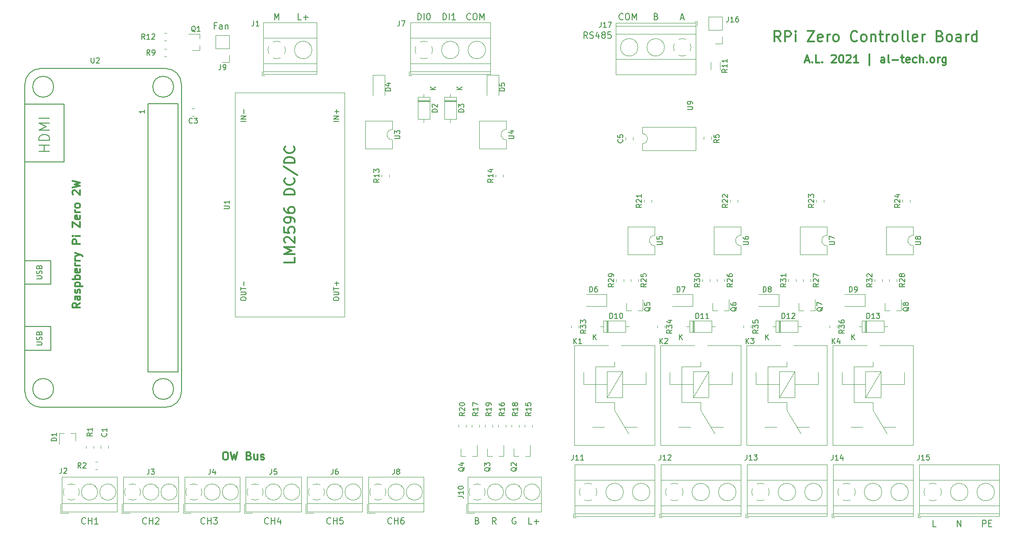
<source format=gbr>
%TF.GenerationSoftware,KiCad,Pcbnew,(5.1.10)-1*%
%TF.CreationDate,2021-11-14T18:54:03+01:00*%
%TF.ProjectId,RPi_ControllerBoard,5250695f-436f-46e7-9472-6f6c6c657242,01*%
%TF.SameCoordinates,Original*%
%TF.FileFunction,Legend,Top*%
%TF.FilePolarity,Positive*%
%FSLAX46Y46*%
G04 Gerber Fmt 4.6, Leading zero omitted, Abs format (unit mm)*
G04 Created by KiCad (PCBNEW (5.1.10)-1) date 2021-11-14 18:54:03*
%MOMM*%
%LPD*%
G01*
G04 APERTURE LIST*
%ADD10C,0.300000*%
%ADD11C,0.200000*%
%ADD12C,0.120000*%
%ADD13C,0.150000*%
G04 APERTURE END LIST*
D10*
X94182857Y-130750571D02*
X94468571Y-130750571D01*
X94611428Y-130822000D01*
X94754285Y-130964857D01*
X94825714Y-131250571D01*
X94825714Y-131750571D01*
X94754285Y-132036285D01*
X94611428Y-132179142D01*
X94468571Y-132250571D01*
X94182857Y-132250571D01*
X94040000Y-132179142D01*
X93897142Y-132036285D01*
X93825714Y-131750571D01*
X93825714Y-131250571D01*
X93897142Y-130964857D01*
X94040000Y-130822000D01*
X94182857Y-130750571D01*
X95325714Y-130750571D02*
X95682857Y-132250571D01*
X95968571Y-131179142D01*
X96254285Y-132250571D01*
X96611428Y-130750571D01*
X98825714Y-131464857D02*
X99040000Y-131536285D01*
X99111428Y-131607714D01*
X99182857Y-131750571D01*
X99182857Y-131964857D01*
X99111428Y-132107714D01*
X99040000Y-132179142D01*
X98897142Y-132250571D01*
X98325714Y-132250571D01*
X98325714Y-130750571D01*
X98825714Y-130750571D01*
X98968571Y-130822000D01*
X99040000Y-130893428D01*
X99111428Y-131036285D01*
X99111428Y-131179142D01*
X99040000Y-131322000D01*
X98968571Y-131393428D01*
X98825714Y-131464857D01*
X98325714Y-131464857D01*
X100468571Y-131250571D02*
X100468571Y-132250571D01*
X99825714Y-131250571D02*
X99825714Y-132036285D01*
X99897142Y-132179142D01*
X100040000Y-132250571D01*
X100254285Y-132250571D01*
X100397142Y-132179142D01*
X100468571Y-132107714D01*
X101111428Y-132179142D02*
X101254285Y-132250571D01*
X101540000Y-132250571D01*
X101682857Y-132179142D01*
X101754285Y-132036285D01*
X101754285Y-131964857D01*
X101682857Y-131822000D01*
X101540000Y-131750571D01*
X101325714Y-131750571D01*
X101182857Y-131679142D01*
X101111428Y-131536285D01*
X101111428Y-131464857D01*
X101182857Y-131322000D01*
X101325714Y-131250571D01*
X101540000Y-131250571D01*
X101682857Y-131322000D01*
X66464571Y-102146285D02*
X65750285Y-102646285D01*
X66464571Y-103003428D02*
X64964571Y-103003428D01*
X64964571Y-102432000D01*
X65036000Y-102289142D01*
X65107428Y-102217714D01*
X65250285Y-102146285D01*
X65464571Y-102146285D01*
X65607428Y-102217714D01*
X65678857Y-102289142D01*
X65750285Y-102432000D01*
X65750285Y-103003428D01*
X66464571Y-100860571D02*
X65678857Y-100860571D01*
X65536000Y-100932000D01*
X65464571Y-101074857D01*
X65464571Y-101360571D01*
X65536000Y-101503428D01*
X66393142Y-100860571D02*
X66464571Y-101003428D01*
X66464571Y-101360571D01*
X66393142Y-101503428D01*
X66250285Y-101574857D01*
X66107428Y-101574857D01*
X65964571Y-101503428D01*
X65893142Y-101360571D01*
X65893142Y-101003428D01*
X65821714Y-100860571D01*
X66393142Y-100217714D02*
X66464571Y-100074857D01*
X66464571Y-99789142D01*
X66393142Y-99646285D01*
X66250285Y-99574857D01*
X66178857Y-99574857D01*
X66036000Y-99646285D01*
X65964571Y-99789142D01*
X65964571Y-100003428D01*
X65893142Y-100146285D01*
X65750285Y-100217714D01*
X65678857Y-100217714D01*
X65536000Y-100146285D01*
X65464571Y-100003428D01*
X65464571Y-99789142D01*
X65536000Y-99646285D01*
X65464571Y-98932000D02*
X66964571Y-98932000D01*
X65536000Y-98932000D02*
X65464571Y-98789142D01*
X65464571Y-98503428D01*
X65536000Y-98360571D01*
X65607428Y-98289142D01*
X65750285Y-98217714D01*
X66178857Y-98217714D01*
X66321714Y-98289142D01*
X66393142Y-98360571D01*
X66464571Y-98503428D01*
X66464571Y-98789142D01*
X66393142Y-98932000D01*
X66464571Y-97574857D02*
X64964571Y-97574857D01*
X65536000Y-97574857D02*
X65464571Y-97432000D01*
X65464571Y-97146285D01*
X65536000Y-97003428D01*
X65607428Y-96932000D01*
X65750285Y-96860571D01*
X66178857Y-96860571D01*
X66321714Y-96932000D01*
X66393142Y-97003428D01*
X66464571Y-97146285D01*
X66464571Y-97432000D01*
X66393142Y-97574857D01*
X66393142Y-95646285D02*
X66464571Y-95789142D01*
X66464571Y-96074857D01*
X66393142Y-96217714D01*
X66250285Y-96289142D01*
X65678857Y-96289142D01*
X65536000Y-96217714D01*
X65464571Y-96074857D01*
X65464571Y-95789142D01*
X65536000Y-95646285D01*
X65678857Y-95574857D01*
X65821714Y-95574857D01*
X65964571Y-96289142D01*
X66464571Y-94932000D02*
X65464571Y-94932000D01*
X65750285Y-94932000D02*
X65607428Y-94860571D01*
X65536000Y-94789142D01*
X65464571Y-94646285D01*
X65464571Y-94503428D01*
X66464571Y-94003428D02*
X65464571Y-94003428D01*
X65750285Y-94003428D02*
X65607428Y-93932000D01*
X65536000Y-93860571D01*
X65464571Y-93717714D01*
X65464571Y-93574857D01*
X65464571Y-93217714D02*
X66464571Y-92860571D01*
X65464571Y-92503428D02*
X66464571Y-92860571D01*
X66821714Y-93003428D01*
X66893142Y-93074857D01*
X66964571Y-93217714D01*
X66464571Y-90789142D02*
X64964571Y-90789142D01*
X64964571Y-90217714D01*
X65036000Y-90074857D01*
X65107428Y-90003428D01*
X65250285Y-89932000D01*
X65464571Y-89932000D01*
X65607428Y-90003428D01*
X65678857Y-90074857D01*
X65750285Y-90217714D01*
X65750285Y-90789142D01*
X66464571Y-89289142D02*
X65464571Y-89289142D01*
X64964571Y-89289142D02*
X65036000Y-89360571D01*
X65107428Y-89289142D01*
X65036000Y-89217714D01*
X64964571Y-89289142D01*
X65107428Y-89289142D01*
X64964571Y-87574857D02*
X64964571Y-86574857D01*
X66464571Y-87574857D01*
X66464571Y-86574857D01*
X66393142Y-85432000D02*
X66464571Y-85574857D01*
X66464571Y-85860571D01*
X66393142Y-86003428D01*
X66250285Y-86074857D01*
X65678857Y-86074857D01*
X65536000Y-86003428D01*
X65464571Y-85860571D01*
X65464571Y-85574857D01*
X65536000Y-85432000D01*
X65678857Y-85360571D01*
X65821714Y-85360571D01*
X65964571Y-86074857D01*
X66464571Y-84717714D02*
X65464571Y-84717714D01*
X65750285Y-84717714D02*
X65607428Y-84646285D01*
X65536000Y-84574857D01*
X65464571Y-84432000D01*
X65464571Y-84289142D01*
X66464571Y-83574857D02*
X66393142Y-83717714D01*
X66321714Y-83789142D01*
X66178857Y-83860571D01*
X65750285Y-83860571D01*
X65607428Y-83789142D01*
X65536000Y-83717714D01*
X65464571Y-83574857D01*
X65464571Y-83360571D01*
X65536000Y-83217714D01*
X65607428Y-83146285D01*
X65750285Y-83074857D01*
X66178857Y-83074857D01*
X66321714Y-83146285D01*
X66393142Y-83217714D01*
X66464571Y-83360571D01*
X66464571Y-83574857D01*
X65107428Y-81360571D02*
X65036000Y-81289142D01*
X64964571Y-81146285D01*
X64964571Y-80789142D01*
X65036000Y-80646285D01*
X65107428Y-80574857D01*
X65250285Y-80503428D01*
X65393142Y-80503428D01*
X65607428Y-80574857D01*
X66464571Y-81432000D01*
X66464571Y-80503428D01*
X64964571Y-80003428D02*
X66464571Y-79646285D01*
X65393142Y-79360571D01*
X66464571Y-79074857D01*
X64964571Y-78717714D01*
X205412285Y-55622000D02*
X206126571Y-55622000D01*
X205269428Y-56050571D02*
X205769428Y-54550571D01*
X206269428Y-56050571D01*
X206769428Y-55907714D02*
X206840857Y-55979142D01*
X206769428Y-56050571D01*
X206698000Y-55979142D01*
X206769428Y-55907714D01*
X206769428Y-56050571D01*
X208198000Y-56050571D02*
X207483714Y-56050571D01*
X207483714Y-54550571D01*
X208698000Y-55907714D02*
X208769428Y-55979142D01*
X208698000Y-56050571D01*
X208626571Y-55979142D01*
X208698000Y-55907714D01*
X208698000Y-56050571D01*
X210483714Y-54693428D02*
X210555142Y-54622000D01*
X210698000Y-54550571D01*
X211055142Y-54550571D01*
X211198000Y-54622000D01*
X211269428Y-54693428D01*
X211340857Y-54836285D01*
X211340857Y-54979142D01*
X211269428Y-55193428D01*
X210412285Y-56050571D01*
X211340857Y-56050571D01*
X212269428Y-54550571D02*
X212412285Y-54550571D01*
X212555142Y-54622000D01*
X212626571Y-54693428D01*
X212698000Y-54836285D01*
X212769428Y-55122000D01*
X212769428Y-55479142D01*
X212698000Y-55764857D01*
X212626571Y-55907714D01*
X212555142Y-55979142D01*
X212412285Y-56050571D01*
X212269428Y-56050571D01*
X212126571Y-55979142D01*
X212055142Y-55907714D01*
X211983714Y-55764857D01*
X211912285Y-55479142D01*
X211912285Y-55122000D01*
X211983714Y-54836285D01*
X212055142Y-54693428D01*
X212126571Y-54622000D01*
X212269428Y-54550571D01*
X213340857Y-54693428D02*
X213412285Y-54622000D01*
X213555142Y-54550571D01*
X213912285Y-54550571D01*
X214055142Y-54622000D01*
X214126571Y-54693428D01*
X214198000Y-54836285D01*
X214198000Y-54979142D01*
X214126571Y-55193428D01*
X213269428Y-56050571D01*
X214198000Y-56050571D01*
X215626571Y-56050571D02*
X214769428Y-56050571D01*
X215198000Y-56050571D02*
X215198000Y-54550571D01*
X215055142Y-54764857D01*
X214912285Y-54907714D01*
X214769428Y-54979142D01*
X217769428Y-56550571D02*
X217769428Y-54407714D01*
X220626571Y-56050571D02*
X220626571Y-55264857D01*
X220555142Y-55122000D01*
X220412285Y-55050571D01*
X220126571Y-55050571D01*
X219983714Y-55122000D01*
X220626571Y-55979142D02*
X220483714Y-56050571D01*
X220126571Y-56050571D01*
X219983714Y-55979142D01*
X219912285Y-55836285D01*
X219912285Y-55693428D01*
X219983714Y-55550571D01*
X220126571Y-55479142D01*
X220483714Y-55479142D01*
X220626571Y-55407714D01*
X221555142Y-56050571D02*
X221412285Y-55979142D01*
X221340857Y-55836285D01*
X221340857Y-54550571D01*
X222126571Y-55479142D02*
X223269428Y-55479142D01*
X223769428Y-55050571D02*
X224340857Y-55050571D01*
X223983714Y-54550571D02*
X223983714Y-55836285D01*
X224055142Y-55979142D01*
X224198000Y-56050571D01*
X224340857Y-56050571D01*
X225412285Y-55979142D02*
X225269428Y-56050571D01*
X224983714Y-56050571D01*
X224840857Y-55979142D01*
X224769428Y-55836285D01*
X224769428Y-55264857D01*
X224840857Y-55122000D01*
X224983714Y-55050571D01*
X225269428Y-55050571D01*
X225412285Y-55122000D01*
X225483714Y-55264857D01*
X225483714Y-55407714D01*
X224769428Y-55550571D01*
X226769428Y-55979142D02*
X226626571Y-56050571D01*
X226340857Y-56050571D01*
X226198000Y-55979142D01*
X226126571Y-55907714D01*
X226055142Y-55764857D01*
X226055142Y-55336285D01*
X226126571Y-55193428D01*
X226198000Y-55122000D01*
X226340857Y-55050571D01*
X226626571Y-55050571D01*
X226769428Y-55122000D01*
X227412285Y-56050571D02*
X227412285Y-54550571D01*
X228055142Y-56050571D02*
X228055142Y-55264857D01*
X227983714Y-55122000D01*
X227840857Y-55050571D01*
X227626571Y-55050571D01*
X227483714Y-55122000D01*
X227412285Y-55193428D01*
X228769428Y-55907714D02*
X228840857Y-55979142D01*
X228769428Y-56050571D01*
X228698000Y-55979142D01*
X228769428Y-55907714D01*
X228769428Y-56050571D01*
X229698000Y-56050571D02*
X229555142Y-55979142D01*
X229483714Y-55907714D01*
X229412285Y-55764857D01*
X229412285Y-55336285D01*
X229483714Y-55193428D01*
X229555142Y-55122000D01*
X229698000Y-55050571D01*
X229912285Y-55050571D01*
X230055142Y-55122000D01*
X230126571Y-55193428D01*
X230198000Y-55336285D01*
X230198000Y-55764857D01*
X230126571Y-55907714D01*
X230055142Y-55979142D01*
X229912285Y-56050571D01*
X229698000Y-56050571D01*
X230840857Y-56050571D02*
X230840857Y-55050571D01*
X230840857Y-55336285D02*
X230912285Y-55193428D01*
X230983714Y-55122000D01*
X231126571Y-55050571D01*
X231269428Y-55050571D01*
X232412285Y-55050571D02*
X232412285Y-56264857D01*
X232340857Y-56407714D01*
X232269428Y-56479142D01*
X232126571Y-56550571D01*
X231912285Y-56550571D01*
X231769428Y-56479142D01*
X232412285Y-55979142D02*
X232269428Y-56050571D01*
X231983714Y-56050571D01*
X231840857Y-55979142D01*
X231769428Y-55907714D01*
X231698000Y-55764857D01*
X231698000Y-55336285D01*
X231769428Y-55193428D01*
X231840857Y-55122000D01*
X231983714Y-55050571D01*
X232269428Y-55050571D01*
X232412285Y-55122000D01*
X200709904Y-51958761D02*
X200043238Y-51006380D01*
X199567047Y-51958761D02*
X199567047Y-49958761D01*
X200328952Y-49958761D01*
X200519428Y-50054000D01*
X200614666Y-50149238D01*
X200709904Y-50339714D01*
X200709904Y-50625428D01*
X200614666Y-50815904D01*
X200519428Y-50911142D01*
X200328952Y-51006380D01*
X199567047Y-51006380D01*
X201567047Y-51958761D02*
X201567047Y-49958761D01*
X202328952Y-49958761D01*
X202519428Y-50054000D01*
X202614666Y-50149238D01*
X202709904Y-50339714D01*
X202709904Y-50625428D01*
X202614666Y-50815904D01*
X202519428Y-50911142D01*
X202328952Y-51006380D01*
X201567047Y-51006380D01*
X203567047Y-51958761D02*
X203567047Y-50625428D01*
X203567047Y-49958761D02*
X203471809Y-50054000D01*
X203567047Y-50149238D01*
X203662285Y-50054000D01*
X203567047Y-49958761D01*
X203567047Y-50149238D01*
X205852761Y-49958761D02*
X207186095Y-49958761D01*
X205852761Y-51958761D01*
X207186095Y-51958761D01*
X208709904Y-51863523D02*
X208519428Y-51958761D01*
X208138476Y-51958761D01*
X207948000Y-51863523D01*
X207852761Y-51673047D01*
X207852761Y-50911142D01*
X207948000Y-50720666D01*
X208138476Y-50625428D01*
X208519428Y-50625428D01*
X208709904Y-50720666D01*
X208805142Y-50911142D01*
X208805142Y-51101619D01*
X207852761Y-51292095D01*
X209662285Y-51958761D02*
X209662285Y-50625428D01*
X209662285Y-51006380D02*
X209757523Y-50815904D01*
X209852761Y-50720666D01*
X210043238Y-50625428D01*
X210233714Y-50625428D01*
X211186095Y-51958761D02*
X210995619Y-51863523D01*
X210900380Y-51768285D01*
X210805142Y-51577809D01*
X210805142Y-51006380D01*
X210900380Y-50815904D01*
X210995619Y-50720666D01*
X211186095Y-50625428D01*
X211471809Y-50625428D01*
X211662285Y-50720666D01*
X211757523Y-50815904D01*
X211852761Y-51006380D01*
X211852761Y-51577809D01*
X211757523Y-51768285D01*
X211662285Y-51863523D01*
X211471809Y-51958761D01*
X211186095Y-51958761D01*
X215376571Y-51768285D02*
X215281333Y-51863523D01*
X214995619Y-51958761D01*
X214805142Y-51958761D01*
X214519428Y-51863523D01*
X214328952Y-51673047D01*
X214233714Y-51482571D01*
X214138476Y-51101619D01*
X214138476Y-50815904D01*
X214233714Y-50434952D01*
X214328952Y-50244476D01*
X214519428Y-50054000D01*
X214805142Y-49958761D01*
X214995619Y-49958761D01*
X215281333Y-50054000D01*
X215376571Y-50149238D01*
X216519428Y-51958761D02*
X216328952Y-51863523D01*
X216233714Y-51768285D01*
X216138476Y-51577809D01*
X216138476Y-51006380D01*
X216233714Y-50815904D01*
X216328952Y-50720666D01*
X216519428Y-50625428D01*
X216805142Y-50625428D01*
X216995619Y-50720666D01*
X217090857Y-50815904D01*
X217186095Y-51006380D01*
X217186095Y-51577809D01*
X217090857Y-51768285D01*
X216995619Y-51863523D01*
X216805142Y-51958761D01*
X216519428Y-51958761D01*
X218043238Y-50625428D02*
X218043238Y-51958761D01*
X218043238Y-50815904D02*
X218138476Y-50720666D01*
X218328952Y-50625428D01*
X218614666Y-50625428D01*
X218805142Y-50720666D01*
X218900380Y-50911142D01*
X218900380Y-51958761D01*
X219567047Y-50625428D02*
X220328952Y-50625428D01*
X219852761Y-49958761D02*
X219852761Y-51673047D01*
X219948000Y-51863523D01*
X220138476Y-51958761D01*
X220328952Y-51958761D01*
X220995619Y-51958761D02*
X220995619Y-50625428D01*
X220995619Y-51006380D02*
X221090857Y-50815904D01*
X221186095Y-50720666D01*
X221376571Y-50625428D01*
X221567047Y-50625428D01*
X222519428Y-51958761D02*
X222328952Y-51863523D01*
X222233714Y-51768285D01*
X222138476Y-51577809D01*
X222138476Y-51006380D01*
X222233714Y-50815904D01*
X222328952Y-50720666D01*
X222519428Y-50625428D01*
X222805142Y-50625428D01*
X222995619Y-50720666D01*
X223090857Y-50815904D01*
X223186095Y-51006380D01*
X223186095Y-51577809D01*
X223090857Y-51768285D01*
X222995619Y-51863523D01*
X222805142Y-51958761D01*
X222519428Y-51958761D01*
X224328952Y-51958761D02*
X224138476Y-51863523D01*
X224043238Y-51673047D01*
X224043238Y-49958761D01*
X225376571Y-51958761D02*
X225186095Y-51863523D01*
X225090857Y-51673047D01*
X225090857Y-49958761D01*
X226900380Y-51863523D02*
X226709904Y-51958761D01*
X226328952Y-51958761D01*
X226138476Y-51863523D01*
X226043238Y-51673047D01*
X226043238Y-50911142D01*
X226138476Y-50720666D01*
X226328952Y-50625428D01*
X226709904Y-50625428D01*
X226900380Y-50720666D01*
X226995619Y-50911142D01*
X226995619Y-51101619D01*
X226043238Y-51292095D01*
X227852761Y-51958761D02*
X227852761Y-50625428D01*
X227852761Y-51006380D02*
X227948000Y-50815904D01*
X228043238Y-50720666D01*
X228233714Y-50625428D01*
X228424190Y-50625428D01*
X231281333Y-50911142D02*
X231567047Y-51006380D01*
X231662285Y-51101619D01*
X231757523Y-51292095D01*
X231757523Y-51577809D01*
X231662285Y-51768285D01*
X231567047Y-51863523D01*
X231376571Y-51958761D01*
X230614666Y-51958761D01*
X230614666Y-49958761D01*
X231281333Y-49958761D01*
X231471809Y-50054000D01*
X231567047Y-50149238D01*
X231662285Y-50339714D01*
X231662285Y-50530190D01*
X231567047Y-50720666D01*
X231471809Y-50815904D01*
X231281333Y-50911142D01*
X230614666Y-50911142D01*
X232900380Y-51958761D02*
X232709904Y-51863523D01*
X232614666Y-51768285D01*
X232519428Y-51577809D01*
X232519428Y-51006380D01*
X232614666Y-50815904D01*
X232709904Y-50720666D01*
X232900380Y-50625428D01*
X233186095Y-50625428D01*
X233376571Y-50720666D01*
X233471809Y-50815904D01*
X233567047Y-51006380D01*
X233567047Y-51577809D01*
X233471809Y-51768285D01*
X233376571Y-51863523D01*
X233186095Y-51958761D01*
X232900380Y-51958761D01*
X235281333Y-51958761D02*
X235281333Y-50911142D01*
X235186095Y-50720666D01*
X234995619Y-50625428D01*
X234614666Y-50625428D01*
X234424190Y-50720666D01*
X235281333Y-51863523D02*
X235090857Y-51958761D01*
X234614666Y-51958761D01*
X234424190Y-51863523D01*
X234328952Y-51673047D01*
X234328952Y-51482571D01*
X234424190Y-51292095D01*
X234614666Y-51196857D01*
X235090857Y-51196857D01*
X235281333Y-51101619D01*
X236233714Y-51958761D02*
X236233714Y-50625428D01*
X236233714Y-51006380D02*
X236328952Y-50815904D01*
X236424190Y-50720666D01*
X236614666Y-50625428D01*
X236805142Y-50625428D01*
X238328952Y-51958761D02*
X238328952Y-49958761D01*
X238328952Y-51863523D02*
X238138476Y-51958761D01*
X237757523Y-51958761D01*
X237567047Y-51863523D01*
X237471809Y-51768285D01*
X237376571Y-51577809D01*
X237376571Y-51006380D01*
X237471809Y-50815904D01*
X237567047Y-50720666D01*
X237757523Y-50625428D01*
X238138476Y-50625428D01*
X238328952Y-50720666D01*
D11*
X230495428Y-145068857D02*
X229924000Y-145068857D01*
X229924000Y-143868857D01*
X234607142Y-145068857D02*
X234607142Y-143868857D01*
X235292857Y-145068857D01*
X235292857Y-143868857D01*
X239426857Y-145068857D02*
X239426857Y-143868857D01*
X239884000Y-143868857D01*
X239998285Y-143926000D01*
X240055428Y-143983142D01*
X240112571Y-144097428D01*
X240112571Y-144268857D01*
X240055428Y-144383142D01*
X239998285Y-144440285D01*
X239884000Y-144497428D01*
X239426857Y-144497428D01*
X240626857Y-144440285D02*
X241026857Y-144440285D01*
X241198285Y-145068857D02*
X240626857Y-145068857D01*
X240626857Y-143868857D01*
X241198285Y-143868857D01*
X108848571Y-47786857D02*
X108277142Y-47786857D01*
X108277142Y-46586857D01*
X109248571Y-47329714D02*
X110162857Y-47329714D01*
X109705714Y-47786857D02*
X109705714Y-46872571D01*
X103740000Y-47786857D02*
X103740000Y-46586857D01*
X104140000Y-47444000D01*
X104540000Y-46586857D01*
X104540000Y-47786857D01*
X153044571Y-144560857D02*
X152473142Y-144560857D01*
X152473142Y-143360857D01*
X153444571Y-144103714D02*
X154358857Y-144103714D01*
X153901714Y-144560857D02*
X153901714Y-143646571D01*
X149920285Y-143418000D02*
X149806000Y-143360857D01*
X149634571Y-143360857D01*
X149463142Y-143418000D01*
X149348857Y-143532285D01*
X149291714Y-143646571D01*
X149234571Y-143875142D01*
X149234571Y-144046571D01*
X149291714Y-144275142D01*
X149348857Y-144389428D01*
X149463142Y-144503714D01*
X149634571Y-144560857D01*
X149748857Y-144560857D01*
X149920285Y-144503714D01*
X149977428Y-144446571D01*
X149977428Y-144046571D01*
X149748857Y-144046571D01*
X146167428Y-144560857D02*
X145767428Y-143989428D01*
X145481714Y-144560857D02*
X145481714Y-143360857D01*
X145938857Y-143360857D01*
X146053142Y-143418000D01*
X146110285Y-143475142D01*
X146167428Y-143589428D01*
X146167428Y-143760857D01*
X146110285Y-143875142D01*
X146053142Y-143932285D01*
X145938857Y-143989428D01*
X145481714Y-143989428D01*
X142579714Y-143932285D02*
X142751142Y-143989428D01*
X142808285Y-144046571D01*
X142865428Y-144160857D01*
X142865428Y-144332285D01*
X142808285Y-144446571D01*
X142751142Y-144503714D01*
X142636857Y-144560857D01*
X142179714Y-144560857D01*
X142179714Y-143360857D01*
X142579714Y-143360857D01*
X142694000Y-143418000D01*
X142751142Y-143475142D01*
X142808285Y-143589428D01*
X142808285Y-143703714D01*
X142751142Y-143818000D01*
X142694000Y-143875142D01*
X142579714Y-143932285D01*
X142179714Y-143932285D01*
X126171428Y-144446571D02*
X126114285Y-144503714D01*
X125942857Y-144560857D01*
X125828571Y-144560857D01*
X125657142Y-144503714D01*
X125542857Y-144389428D01*
X125485714Y-144275142D01*
X125428571Y-144046571D01*
X125428571Y-143875142D01*
X125485714Y-143646571D01*
X125542857Y-143532285D01*
X125657142Y-143418000D01*
X125828571Y-143360857D01*
X125942857Y-143360857D01*
X126114285Y-143418000D01*
X126171428Y-143475142D01*
X126685714Y-144560857D02*
X126685714Y-143360857D01*
X126685714Y-143932285D02*
X127371428Y-143932285D01*
X127371428Y-144560857D02*
X127371428Y-143360857D01*
X128457142Y-143360857D02*
X128228571Y-143360857D01*
X128114285Y-143418000D01*
X128057142Y-143475142D01*
X127942857Y-143646571D01*
X127885714Y-143875142D01*
X127885714Y-144332285D01*
X127942857Y-144446571D01*
X128000000Y-144503714D01*
X128114285Y-144560857D01*
X128342857Y-144560857D01*
X128457142Y-144503714D01*
X128514285Y-144446571D01*
X128571428Y-144332285D01*
X128571428Y-144046571D01*
X128514285Y-143932285D01*
X128457142Y-143875142D01*
X128342857Y-143818000D01*
X128114285Y-143818000D01*
X128000000Y-143875142D01*
X127942857Y-143932285D01*
X127885714Y-144046571D01*
X114487428Y-144446571D02*
X114430285Y-144503714D01*
X114258857Y-144560857D01*
X114144571Y-144560857D01*
X113973142Y-144503714D01*
X113858857Y-144389428D01*
X113801714Y-144275142D01*
X113744571Y-144046571D01*
X113744571Y-143875142D01*
X113801714Y-143646571D01*
X113858857Y-143532285D01*
X113973142Y-143418000D01*
X114144571Y-143360857D01*
X114258857Y-143360857D01*
X114430285Y-143418000D01*
X114487428Y-143475142D01*
X115001714Y-144560857D02*
X115001714Y-143360857D01*
X115001714Y-143932285D02*
X115687428Y-143932285D01*
X115687428Y-144560857D02*
X115687428Y-143360857D01*
X116830285Y-143360857D02*
X116258857Y-143360857D01*
X116201714Y-143932285D01*
X116258857Y-143875142D01*
X116373142Y-143818000D01*
X116658857Y-143818000D01*
X116773142Y-143875142D01*
X116830285Y-143932285D01*
X116887428Y-144046571D01*
X116887428Y-144332285D01*
X116830285Y-144446571D01*
X116773142Y-144503714D01*
X116658857Y-144560857D01*
X116373142Y-144560857D01*
X116258857Y-144503714D01*
X116201714Y-144446571D01*
X102549428Y-144446571D02*
X102492285Y-144503714D01*
X102320857Y-144560857D01*
X102206571Y-144560857D01*
X102035142Y-144503714D01*
X101920857Y-144389428D01*
X101863714Y-144275142D01*
X101806571Y-144046571D01*
X101806571Y-143875142D01*
X101863714Y-143646571D01*
X101920857Y-143532285D01*
X102035142Y-143418000D01*
X102206571Y-143360857D01*
X102320857Y-143360857D01*
X102492285Y-143418000D01*
X102549428Y-143475142D01*
X103063714Y-144560857D02*
X103063714Y-143360857D01*
X103063714Y-143932285D02*
X103749428Y-143932285D01*
X103749428Y-144560857D02*
X103749428Y-143360857D01*
X104835142Y-143760857D02*
X104835142Y-144560857D01*
X104549428Y-143303714D02*
X104263714Y-144160857D01*
X105006571Y-144160857D01*
X90357428Y-144446571D02*
X90300285Y-144503714D01*
X90128857Y-144560857D01*
X90014571Y-144560857D01*
X89843142Y-144503714D01*
X89728857Y-144389428D01*
X89671714Y-144275142D01*
X89614571Y-144046571D01*
X89614571Y-143875142D01*
X89671714Y-143646571D01*
X89728857Y-143532285D01*
X89843142Y-143418000D01*
X90014571Y-143360857D01*
X90128857Y-143360857D01*
X90300285Y-143418000D01*
X90357428Y-143475142D01*
X90871714Y-144560857D02*
X90871714Y-143360857D01*
X90871714Y-143932285D02*
X91557428Y-143932285D01*
X91557428Y-144560857D02*
X91557428Y-143360857D01*
X92014571Y-143360857D02*
X92757428Y-143360857D01*
X92357428Y-143818000D01*
X92528857Y-143818000D01*
X92643142Y-143875142D01*
X92700285Y-143932285D01*
X92757428Y-144046571D01*
X92757428Y-144332285D01*
X92700285Y-144446571D01*
X92643142Y-144503714D01*
X92528857Y-144560857D01*
X92186000Y-144560857D01*
X92071714Y-144503714D01*
X92014571Y-144446571D01*
X79181428Y-144446571D02*
X79124285Y-144503714D01*
X78952857Y-144560857D01*
X78838571Y-144560857D01*
X78667142Y-144503714D01*
X78552857Y-144389428D01*
X78495714Y-144275142D01*
X78438571Y-144046571D01*
X78438571Y-143875142D01*
X78495714Y-143646571D01*
X78552857Y-143532285D01*
X78667142Y-143418000D01*
X78838571Y-143360857D01*
X78952857Y-143360857D01*
X79124285Y-143418000D01*
X79181428Y-143475142D01*
X79695714Y-144560857D02*
X79695714Y-143360857D01*
X79695714Y-143932285D02*
X80381428Y-143932285D01*
X80381428Y-144560857D02*
X80381428Y-143360857D01*
X80895714Y-143475142D02*
X80952857Y-143418000D01*
X81067142Y-143360857D01*
X81352857Y-143360857D01*
X81467142Y-143418000D01*
X81524285Y-143475142D01*
X81581428Y-143589428D01*
X81581428Y-143703714D01*
X81524285Y-143875142D01*
X80838571Y-144560857D01*
X81581428Y-144560857D01*
X67497428Y-144446571D02*
X67440285Y-144503714D01*
X67268857Y-144560857D01*
X67154571Y-144560857D01*
X66983142Y-144503714D01*
X66868857Y-144389428D01*
X66811714Y-144275142D01*
X66754571Y-144046571D01*
X66754571Y-143875142D01*
X66811714Y-143646571D01*
X66868857Y-143532285D01*
X66983142Y-143418000D01*
X67154571Y-143360857D01*
X67268857Y-143360857D01*
X67440285Y-143418000D01*
X67497428Y-143475142D01*
X68011714Y-144560857D02*
X68011714Y-143360857D01*
X68011714Y-143932285D02*
X68697428Y-143932285D01*
X68697428Y-144560857D02*
X68697428Y-143360857D01*
X69897428Y-144560857D02*
X69211714Y-144560857D01*
X69554571Y-144560857D02*
X69554571Y-143360857D01*
X69440285Y-143532285D01*
X69326000Y-143646571D01*
X69211714Y-143703714D01*
X92557714Y-48936285D02*
X92157714Y-48936285D01*
X92157714Y-49564857D02*
X92157714Y-48364857D01*
X92729142Y-48364857D01*
X93700571Y-49564857D02*
X93700571Y-48936285D01*
X93643428Y-48822000D01*
X93529142Y-48764857D01*
X93300571Y-48764857D01*
X93186285Y-48822000D01*
X93700571Y-49507714D02*
X93586285Y-49564857D01*
X93300571Y-49564857D01*
X93186285Y-49507714D01*
X93129142Y-49393428D01*
X93129142Y-49279142D01*
X93186285Y-49164857D01*
X93300571Y-49107714D01*
X93586285Y-49107714D01*
X93700571Y-49050571D01*
X94272000Y-48764857D02*
X94272000Y-49564857D01*
X94272000Y-48879142D02*
X94329142Y-48822000D01*
X94443428Y-48764857D01*
X94614857Y-48764857D01*
X94729142Y-48822000D01*
X94786285Y-48936285D01*
X94786285Y-49564857D01*
X163693714Y-51342857D02*
X163293714Y-50771428D01*
X163008000Y-51342857D02*
X163008000Y-50142857D01*
X163465142Y-50142857D01*
X163579428Y-50200000D01*
X163636571Y-50257142D01*
X163693714Y-50371428D01*
X163693714Y-50542857D01*
X163636571Y-50657142D01*
X163579428Y-50714285D01*
X163465142Y-50771428D01*
X163008000Y-50771428D01*
X164150857Y-51285714D02*
X164322285Y-51342857D01*
X164608000Y-51342857D01*
X164722285Y-51285714D01*
X164779428Y-51228571D01*
X164836571Y-51114285D01*
X164836571Y-51000000D01*
X164779428Y-50885714D01*
X164722285Y-50828571D01*
X164608000Y-50771428D01*
X164379428Y-50714285D01*
X164265142Y-50657142D01*
X164208000Y-50600000D01*
X164150857Y-50485714D01*
X164150857Y-50371428D01*
X164208000Y-50257142D01*
X164265142Y-50200000D01*
X164379428Y-50142857D01*
X164665142Y-50142857D01*
X164836571Y-50200000D01*
X165865142Y-50542857D02*
X165865142Y-51342857D01*
X165579428Y-50085714D02*
X165293714Y-50942857D01*
X166036571Y-50942857D01*
X166665142Y-50657142D02*
X166550857Y-50600000D01*
X166493714Y-50542857D01*
X166436571Y-50428571D01*
X166436571Y-50371428D01*
X166493714Y-50257142D01*
X166550857Y-50200000D01*
X166665142Y-50142857D01*
X166893714Y-50142857D01*
X167008000Y-50200000D01*
X167065142Y-50257142D01*
X167122285Y-50371428D01*
X167122285Y-50428571D01*
X167065142Y-50542857D01*
X167008000Y-50600000D01*
X166893714Y-50657142D01*
X166665142Y-50657142D01*
X166550857Y-50714285D01*
X166493714Y-50771428D01*
X166436571Y-50885714D01*
X166436571Y-51114285D01*
X166493714Y-51228571D01*
X166550857Y-51285714D01*
X166665142Y-51342857D01*
X166893714Y-51342857D01*
X167008000Y-51285714D01*
X167065142Y-51228571D01*
X167122285Y-51114285D01*
X167122285Y-50885714D01*
X167065142Y-50771428D01*
X167008000Y-50714285D01*
X166893714Y-50657142D01*
X168208000Y-50142857D02*
X167636571Y-50142857D01*
X167579428Y-50714285D01*
X167636571Y-50657142D01*
X167750857Y-50600000D01*
X168036571Y-50600000D01*
X168150857Y-50657142D01*
X168208000Y-50714285D01*
X168265142Y-50828571D01*
X168265142Y-51114285D01*
X168208000Y-51228571D01*
X168150857Y-51285714D01*
X168036571Y-51342857D01*
X167750857Y-51342857D01*
X167636571Y-51285714D01*
X167579428Y-51228571D01*
X181578285Y-47444000D02*
X182149714Y-47444000D01*
X181464000Y-47786857D02*
X181864000Y-46586857D01*
X182264000Y-47786857D01*
X176869714Y-47158285D02*
X177041142Y-47215428D01*
X177098285Y-47272571D01*
X177155428Y-47386857D01*
X177155428Y-47558285D01*
X177098285Y-47672571D01*
X177041142Y-47729714D01*
X176926857Y-47786857D01*
X176469714Y-47786857D01*
X176469714Y-46586857D01*
X176869714Y-46586857D01*
X176984000Y-46644000D01*
X177041142Y-46701142D01*
X177098285Y-46815428D01*
X177098285Y-46929714D01*
X177041142Y-47044000D01*
X176984000Y-47101142D01*
X176869714Y-47158285D01*
X176469714Y-47158285D01*
X170507142Y-47672571D02*
X170450000Y-47729714D01*
X170278571Y-47786857D01*
X170164285Y-47786857D01*
X169992857Y-47729714D01*
X169878571Y-47615428D01*
X169821428Y-47501142D01*
X169764285Y-47272571D01*
X169764285Y-47101142D01*
X169821428Y-46872571D01*
X169878571Y-46758285D01*
X169992857Y-46644000D01*
X170164285Y-46586857D01*
X170278571Y-46586857D01*
X170450000Y-46644000D01*
X170507142Y-46701142D01*
X171250000Y-46586857D02*
X171478571Y-46586857D01*
X171592857Y-46644000D01*
X171707142Y-46758285D01*
X171764285Y-46986857D01*
X171764285Y-47386857D01*
X171707142Y-47615428D01*
X171592857Y-47729714D01*
X171478571Y-47786857D01*
X171250000Y-47786857D01*
X171135714Y-47729714D01*
X171021428Y-47615428D01*
X170964285Y-47386857D01*
X170964285Y-46986857D01*
X171021428Y-46758285D01*
X171135714Y-46644000D01*
X171250000Y-46586857D01*
X172278571Y-47786857D02*
X172278571Y-46586857D01*
X172678571Y-47444000D01*
X173078571Y-46586857D01*
X173078571Y-47786857D01*
X141297142Y-47672571D02*
X141240000Y-47729714D01*
X141068571Y-47786857D01*
X140954285Y-47786857D01*
X140782857Y-47729714D01*
X140668571Y-47615428D01*
X140611428Y-47501142D01*
X140554285Y-47272571D01*
X140554285Y-47101142D01*
X140611428Y-46872571D01*
X140668571Y-46758285D01*
X140782857Y-46644000D01*
X140954285Y-46586857D01*
X141068571Y-46586857D01*
X141240000Y-46644000D01*
X141297142Y-46701142D01*
X142040000Y-46586857D02*
X142268571Y-46586857D01*
X142382857Y-46644000D01*
X142497142Y-46758285D01*
X142554285Y-46986857D01*
X142554285Y-47386857D01*
X142497142Y-47615428D01*
X142382857Y-47729714D01*
X142268571Y-47786857D01*
X142040000Y-47786857D01*
X141925714Y-47729714D01*
X141811428Y-47615428D01*
X141754285Y-47386857D01*
X141754285Y-46986857D01*
X141811428Y-46758285D01*
X141925714Y-46644000D01*
X142040000Y-46586857D01*
X143068571Y-47786857D02*
X143068571Y-46586857D01*
X143468571Y-47444000D01*
X143868571Y-46586857D01*
X143868571Y-47786857D01*
X135988571Y-47786857D02*
X135988571Y-46586857D01*
X136274285Y-46586857D01*
X136445714Y-46644000D01*
X136560000Y-46758285D01*
X136617142Y-46872571D01*
X136674285Y-47101142D01*
X136674285Y-47272571D01*
X136617142Y-47501142D01*
X136560000Y-47615428D01*
X136445714Y-47729714D01*
X136274285Y-47786857D01*
X135988571Y-47786857D01*
X137188571Y-47786857D02*
X137188571Y-46586857D01*
X138388571Y-47786857D02*
X137702857Y-47786857D01*
X138045714Y-47786857D02*
X138045714Y-46586857D01*
X137931428Y-46758285D01*
X137817142Y-46872571D01*
X137702857Y-46929714D01*
X131162571Y-47786857D02*
X131162571Y-46586857D01*
X131448285Y-46586857D01*
X131619714Y-46644000D01*
X131734000Y-46758285D01*
X131791142Y-46872571D01*
X131848285Y-47101142D01*
X131848285Y-47272571D01*
X131791142Y-47501142D01*
X131734000Y-47615428D01*
X131619714Y-47729714D01*
X131448285Y-47786857D01*
X131162571Y-47786857D01*
X132362571Y-47786857D02*
X132362571Y-46586857D01*
X133162571Y-46586857D02*
X133276857Y-46586857D01*
X133391142Y-46644000D01*
X133448285Y-46701142D01*
X133505428Y-46815428D01*
X133562571Y-47044000D01*
X133562571Y-47329714D01*
X133505428Y-47558285D01*
X133448285Y-47672571D01*
X133391142Y-47729714D01*
X133276857Y-47786857D01*
X133162571Y-47786857D01*
X133048285Y-47729714D01*
X132991142Y-47672571D01*
X132934000Y-47558285D01*
X132876857Y-47329714D01*
X132876857Y-47044000D01*
X132934000Y-46815428D01*
X132991142Y-46701142D01*
X133048285Y-46644000D01*
X133162571Y-46586857D01*
D12*
%TO.C,R11*%
X187304000Y-55914936D02*
X187304000Y-57369064D01*
X189124000Y-55914936D02*
X189124000Y-57369064D01*
%TO.C,C1*%
X70385000Y-129532748D02*
X70385000Y-130055252D01*
X71855000Y-129532748D02*
X71855000Y-130055252D01*
%TO.C,C3*%
X88399252Y-66267000D02*
X87876748Y-66267000D01*
X88399252Y-64797000D02*
X87876748Y-64797000D01*
%TO.C,D1*%
X65588000Y-127129000D02*
X64658000Y-127129000D01*
X62428000Y-127129000D02*
X63358000Y-127129000D01*
X62428000Y-127129000D02*
X62428000Y-129289000D01*
X65588000Y-127129000D02*
X65588000Y-128589000D01*
%TO.C,D2*%
X133454000Y-63250000D02*
X131214000Y-63250000D01*
X133454000Y-63490000D02*
X131214000Y-63490000D01*
X133454000Y-63370000D02*
X131214000Y-63370000D01*
X132334000Y-67540000D02*
X132334000Y-66890000D01*
X132334000Y-62000000D02*
X132334000Y-62650000D01*
X133454000Y-66890000D02*
X133454000Y-62650000D01*
X131214000Y-66890000D02*
X133454000Y-66890000D01*
X131214000Y-62650000D02*
X131214000Y-66890000D01*
X133454000Y-62650000D02*
X131214000Y-62650000D01*
%TO.C,D3*%
X138534000Y-62650000D02*
X136294000Y-62650000D01*
X136294000Y-62650000D02*
X136294000Y-66890000D01*
X136294000Y-66890000D02*
X138534000Y-66890000D01*
X138534000Y-66890000D02*
X138534000Y-62650000D01*
X137414000Y-62000000D02*
X137414000Y-62650000D01*
X137414000Y-67540000D02*
X137414000Y-66890000D01*
X138534000Y-63370000D02*
X136294000Y-63370000D01*
X138534000Y-63490000D02*
X136294000Y-63490000D01*
X138534000Y-63250000D02*
X136294000Y-63250000D01*
%TO.C,D4*%
X122563000Y-58421000D02*
X122563000Y-62306000D01*
X124833000Y-58421000D02*
X122563000Y-58421000D01*
X124833000Y-62306000D02*
X124833000Y-58421000D01*
%TO.C,D5*%
X146677000Y-62306000D02*
X146677000Y-58421000D01*
X146677000Y-58421000D02*
X144407000Y-58421000D01*
X144407000Y-58421000D02*
X144407000Y-62306000D01*
%TO.C,D6*%
X167385000Y-100465000D02*
X163500000Y-100465000D01*
X167385000Y-102735000D02*
X167385000Y-100465000D01*
X163500000Y-102735000D02*
X167385000Y-102735000D01*
%TO.C,D7*%
X180010000Y-102735000D02*
X183895000Y-102735000D01*
X183895000Y-102735000D02*
X183895000Y-100465000D01*
X183895000Y-100465000D02*
X180010000Y-100465000D01*
%TO.C,D8*%
X196520000Y-102735000D02*
X200405000Y-102735000D01*
X200405000Y-102735000D02*
X200405000Y-100465000D01*
X200405000Y-100465000D02*
X196520000Y-100465000D01*
%TO.C,D9*%
X216915000Y-100465000D02*
X213030000Y-100465000D01*
X216915000Y-102735000D02*
X216915000Y-100465000D01*
X213030000Y-102735000D02*
X216915000Y-102735000D01*
%TO.C,D10*%
X166790000Y-105560000D02*
X166790000Y-107800000D01*
X166790000Y-107800000D02*
X171030000Y-107800000D01*
X171030000Y-107800000D02*
X171030000Y-105560000D01*
X171030000Y-105560000D02*
X166790000Y-105560000D01*
X166140000Y-106680000D02*
X166790000Y-106680000D01*
X171680000Y-106680000D02*
X171030000Y-106680000D01*
X167510000Y-105560000D02*
X167510000Y-107800000D01*
X167630000Y-105560000D02*
X167630000Y-107800000D01*
X167390000Y-105560000D02*
X167390000Y-107800000D01*
%TO.C,D11*%
X183900000Y-105560000D02*
X183900000Y-107800000D01*
X184140000Y-105560000D02*
X184140000Y-107800000D01*
X184020000Y-105560000D02*
X184020000Y-107800000D01*
X188190000Y-106680000D02*
X187540000Y-106680000D01*
X182650000Y-106680000D02*
X183300000Y-106680000D01*
X187540000Y-105560000D02*
X183300000Y-105560000D01*
X187540000Y-107800000D02*
X187540000Y-105560000D01*
X183300000Y-107800000D02*
X187540000Y-107800000D01*
X183300000Y-105560000D02*
X183300000Y-107800000D01*
%TO.C,D12*%
X200410000Y-105560000D02*
X200410000Y-107800000D01*
X200650000Y-105560000D02*
X200650000Y-107800000D01*
X200530000Y-105560000D02*
X200530000Y-107800000D01*
X204700000Y-106680000D02*
X204050000Y-106680000D01*
X199160000Y-106680000D02*
X199810000Y-106680000D01*
X204050000Y-105560000D02*
X199810000Y-105560000D01*
X204050000Y-107800000D02*
X204050000Y-105560000D01*
X199810000Y-107800000D02*
X204050000Y-107800000D01*
X199810000Y-105560000D02*
X199810000Y-107800000D01*
%TO.C,D13*%
X216320000Y-105560000D02*
X216320000Y-107800000D01*
X216320000Y-107800000D02*
X220560000Y-107800000D01*
X220560000Y-107800000D02*
X220560000Y-105560000D01*
X220560000Y-105560000D02*
X216320000Y-105560000D01*
X215670000Y-106680000D02*
X216320000Y-106680000D01*
X221210000Y-106680000D02*
X220560000Y-106680000D01*
X217040000Y-105560000D02*
X217040000Y-107800000D01*
X217160000Y-105560000D02*
X217160000Y-107800000D01*
X216920000Y-105560000D02*
X216920000Y-107800000D01*
%TO.C,J1*%
X110900000Y-53594000D02*
G75*
G03*
X110900000Y-53594000I-1680000J0D01*
G01*
X101540000Y-57694000D02*
X111820000Y-57694000D01*
X101540000Y-56194000D02*
X111820000Y-56194000D01*
X101540000Y-51293000D02*
X111820000Y-51293000D01*
X101540000Y-48333000D02*
X111820000Y-48333000D01*
X101540000Y-58254000D02*
X111820000Y-58254000D01*
X101540000Y-48333000D02*
X101540000Y-58254000D01*
X111820000Y-48333000D02*
X111820000Y-58254000D01*
X110495000Y-52525000D02*
X110448000Y-52571000D01*
X108186000Y-54833000D02*
X108151000Y-54868000D01*
X110290000Y-52319000D02*
X110255000Y-52355000D01*
X107993000Y-54617000D02*
X107946000Y-54663000D01*
X101300000Y-57754000D02*
X101300000Y-58494000D01*
X101300000Y-58494000D02*
X101800000Y-58494000D01*
X104823318Y-55128756D02*
G75*
G02*
X104140000Y-55274000I-683318J1534756D01*
G01*
X105675426Y-52910958D02*
G75*
G02*
X105675000Y-54278000I-1535426J-683042D01*
G01*
X103456958Y-52058574D02*
G75*
G02*
X104824000Y-52059000I683042J-1535426D01*
G01*
X102604574Y-54277042D02*
G75*
G02*
X102605000Y-52910000I1535426J683042D01*
G01*
X104168805Y-55274253D02*
G75*
G02*
X103456000Y-55129000I-28805J1680253D01*
G01*
%TO.C,J2*%
X62720000Y-142430000D02*
X64220000Y-142430000D01*
X62720000Y-140690000D02*
X62720000Y-142430000D01*
X70667000Y-139344000D02*
X70591000Y-139420000D01*
X72760000Y-137250000D02*
X72706000Y-137304000D01*
X70835000Y-139555000D02*
X70781000Y-139610000D01*
X72950000Y-137440000D02*
X72874000Y-137516000D01*
X67167000Y-139344000D02*
X67091000Y-139420000D01*
X69260000Y-137250000D02*
X69206000Y-137304000D01*
X67335000Y-139555000D02*
X67281000Y-139610000D01*
X69450000Y-137440000D02*
X69374000Y-137516000D01*
X73580000Y-135570000D02*
X73580000Y-142190000D01*
X62960000Y-135570000D02*
X62960000Y-142190000D01*
X62960000Y-142190000D02*
X73580000Y-142190000D01*
X62960000Y-135570000D02*
X73580000Y-135570000D01*
X62960000Y-140630000D02*
X73580000Y-140630000D01*
X73325000Y-138430000D02*
G75*
G03*
X73325000Y-138430000I-1555000J0D01*
G01*
X69825000Y-138430000D02*
G75*
G03*
X69825000Y-138430000I-1555000J0D01*
G01*
X64796444Y-139985681D02*
G75*
G02*
X64063000Y-139816000I-26444J1555681D01*
G01*
X63383355Y-139135733D02*
G75*
G02*
X63384000Y-137723000I1386645J705733D01*
G01*
X64064267Y-137043355D02*
G75*
G02*
X65477000Y-137044000I705733J-1386645D01*
G01*
X66156645Y-137724267D02*
G75*
G02*
X66156000Y-139137000I-1386645J-705733D01*
G01*
X65475955Y-139815515D02*
G75*
G02*
X64770000Y-139985000I-705955J1385515D01*
G01*
%TO.C,J3*%
X81565000Y-138430000D02*
G75*
G03*
X81565000Y-138430000I-1555000J0D01*
G01*
X85065000Y-138430000D02*
G75*
G03*
X85065000Y-138430000I-1555000J0D01*
G01*
X74700000Y-140630000D02*
X85320000Y-140630000D01*
X74700000Y-135570000D02*
X85320000Y-135570000D01*
X74700000Y-142190000D02*
X85320000Y-142190000D01*
X74700000Y-135570000D02*
X74700000Y-142190000D01*
X85320000Y-135570000D02*
X85320000Y-142190000D01*
X81190000Y-137440000D02*
X81114000Y-137516000D01*
X79075000Y-139555000D02*
X79021000Y-139610000D01*
X81000000Y-137250000D02*
X80946000Y-137304000D01*
X78907000Y-139344000D02*
X78831000Y-139420000D01*
X84690000Y-137440000D02*
X84614000Y-137516000D01*
X82575000Y-139555000D02*
X82521000Y-139610000D01*
X84500000Y-137250000D02*
X84446000Y-137304000D01*
X82407000Y-139344000D02*
X82331000Y-139420000D01*
X74460000Y-140690000D02*
X74460000Y-142430000D01*
X74460000Y-142430000D02*
X75960000Y-142430000D01*
X77215955Y-139815515D02*
G75*
G02*
X76510000Y-139985000I-705955J1385515D01*
G01*
X77896645Y-137724267D02*
G75*
G02*
X77896000Y-139137000I-1386645J-705733D01*
G01*
X75804267Y-137043355D02*
G75*
G02*
X77217000Y-137044000I705733J-1386645D01*
G01*
X75123355Y-139135733D02*
G75*
G02*
X75124000Y-137723000I1386645J705733D01*
G01*
X76536444Y-139985681D02*
G75*
G02*
X75803000Y-139816000I-26444J1555681D01*
G01*
%TO.C,J4*%
X86215000Y-142430000D02*
X87715000Y-142430000D01*
X86215000Y-140690000D02*
X86215000Y-142430000D01*
X94162000Y-139344000D02*
X94086000Y-139420000D01*
X96255000Y-137250000D02*
X96201000Y-137304000D01*
X94330000Y-139555000D02*
X94276000Y-139610000D01*
X96445000Y-137440000D02*
X96369000Y-137516000D01*
X90662000Y-139344000D02*
X90586000Y-139420000D01*
X92755000Y-137250000D02*
X92701000Y-137304000D01*
X90830000Y-139555000D02*
X90776000Y-139610000D01*
X92945000Y-137440000D02*
X92869000Y-137516000D01*
X97075000Y-135570000D02*
X97075000Y-142190000D01*
X86455000Y-135570000D02*
X86455000Y-142190000D01*
X86455000Y-142190000D02*
X97075000Y-142190000D01*
X86455000Y-135570000D02*
X97075000Y-135570000D01*
X86455000Y-140630000D02*
X97075000Y-140630000D01*
X96820000Y-138430000D02*
G75*
G03*
X96820000Y-138430000I-1555000J0D01*
G01*
X93320000Y-138430000D02*
G75*
G03*
X93320000Y-138430000I-1555000J0D01*
G01*
X88291444Y-139985681D02*
G75*
G02*
X87558000Y-139816000I-26444J1555681D01*
G01*
X86878355Y-139135733D02*
G75*
G02*
X86879000Y-137723000I1386645J705733D01*
G01*
X87559267Y-137043355D02*
G75*
G02*
X88972000Y-137044000I705733J-1386645D01*
G01*
X89651645Y-137724267D02*
G75*
G02*
X89651000Y-139137000I-1386645J-705733D01*
G01*
X88970955Y-139815515D02*
G75*
G02*
X88265000Y-139985000I-705955J1385515D01*
G01*
%TO.C,J5*%
X105060000Y-138430000D02*
G75*
G03*
X105060000Y-138430000I-1555000J0D01*
G01*
X108560000Y-138430000D02*
G75*
G03*
X108560000Y-138430000I-1555000J0D01*
G01*
X98195000Y-140630000D02*
X108815000Y-140630000D01*
X98195000Y-135570000D02*
X108815000Y-135570000D01*
X98195000Y-142190000D02*
X108815000Y-142190000D01*
X98195000Y-135570000D02*
X98195000Y-142190000D01*
X108815000Y-135570000D02*
X108815000Y-142190000D01*
X104685000Y-137440000D02*
X104609000Y-137516000D01*
X102570000Y-139555000D02*
X102516000Y-139610000D01*
X104495000Y-137250000D02*
X104441000Y-137304000D01*
X102402000Y-139344000D02*
X102326000Y-139420000D01*
X108185000Y-137440000D02*
X108109000Y-137516000D01*
X106070000Y-139555000D02*
X106016000Y-139610000D01*
X107995000Y-137250000D02*
X107941000Y-137304000D01*
X105902000Y-139344000D02*
X105826000Y-139420000D01*
X97955000Y-140690000D02*
X97955000Y-142430000D01*
X97955000Y-142430000D02*
X99455000Y-142430000D01*
X100710955Y-139815515D02*
G75*
G02*
X100005000Y-139985000I-705955J1385515D01*
G01*
X101391645Y-137724267D02*
G75*
G02*
X101391000Y-139137000I-1386645J-705733D01*
G01*
X99299267Y-137043355D02*
G75*
G02*
X100712000Y-137044000I705733J-1386645D01*
G01*
X98618355Y-139135733D02*
G75*
G02*
X98619000Y-137723000I1386645J705733D01*
G01*
X100031444Y-139985681D02*
G75*
G02*
X99298000Y-139816000I-26444J1555681D01*
G01*
%TO.C,J6*%
X116815000Y-138430000D02*
G75*
G03*
X116815000Y-138430000I-1555000J0D01*
G01*
X120315000Y-138430000D02*
G75*
G03*
X120315000Y-138430000I-1555000J0D01*
G01*
X109950000Y-140630000D02*
X120570000Y-140630000D01*
X109950000Y-135570000D02*
X120570000Y-135570000D01*
X109950000Y-142190000D02*
X120570000Y-142190000D01*
X109950000Y-135570000D02*
X109950000Y-142190000D01*
X120570000Y-135570000D02*
X120570000Y-142190000D01*
X116440000Y-137440000D02*
X116364000Y-137516000D01*
X114325000Y-139555000D02*
X114271000Y-139610000D01*
X116250000Y-137250000D02*
X116196000Y-137304000D01*
X114157000Y-139344000D02*
X114081000Y-139420000D01*
X119940000Y-137440000D02*
X119864000Y-137516000D01*
X117825000Y-139555000D02*
X117771000Y-139610000D01*
X119750000Y-137250000D02*
X119696000Y-137304000D01*
X117657000Y-139344000D02*
X117581000Y-139420000D01*
X109710000Y-140690000D02*
X109710000Y-142430000D01*
X109710000Y-142430000D02*
X111210000Y-142430000D01*
X112465955Y-139815515D02*
G75*
G02*
X111760000Y-139985000I-705955J1385515D01*
G01*
X113146645Y-137724267D02*
G75*
G02*
X113146000Y-139137000I-1386645J-705733D01*
G01*
X111054267Y-137043355D02*
G75*
G02*
X112467000Y-137044000I705733J-1386645D01*
G01*
X110373355Y-139135733D02*
G75*
G02*
X110374000Y-137723000I1386645J705733D01*
G01*
X111786444Y-139985681D02*
G75*
G02*
X111053000Y-139816000I-26444J1555681D01*
G01*
%TO.C,J7*%
X139094000Y-53594000D02*
G75*
G03*
X139094000Y-53594000I-1680000J0D01*
G01*
X144174000Y-53594000D02*
G75*
G03*
X144174000Y-53594000I-1680000J0D01*
G01*
X129734000Y-57694000D02*
X145094000Y-57694000D01*
X129734000Y-56194000D02*
X145094000Y-56194000D01*
X129734000Y-51293000D02*
X145094000Y-51293000D01*
X129734000Y-48333000D02*
X145094000Y-48333000D01*
X129734000Y-58254000D02*
X145094000Y-58254000D01*
X129734000Y-48333000D02*
X129734000Y-58254000D01*
X145094000Y-48333000D02*
X145094000Y-58254000D01*
X138689000Y-52525000D02*
X138642000Y-52571000D01*
X136380000Y-54833000D02*
X136345000Y-54868000D01*
X138484000Y-52319000D02*
X138449000Y-52355000D01*
X136187000Y-54617000D02*
X136140000Y-54663000D01*
X143769000Y-52525000D02*
X143722000Y-52571000D01*
X141460000Y-54833000D02*
X141425000Y-54868000D01*
X143564000Y-52319000D02*
X143529000Y-52355000D01*
X141267000Y-54617000D02*
X141220000Y-54663000D01*
X129494000Y-57754000D02*
X129494000Y-58494000D01*
X129494000Y-58494000D02*
X129994000Y-58494000D01*
X133017318Y-55128756D02*
G75*
G02*
X132334000Y-55274000I-683318J1534756D01*
G01*
X133869426Y-52910958D02*
G75*
G02*
X133869000Y-54278000I-1535426J-683042D01*
G01*
X131650958Y-52058574D02*
G75*
G02*
X133018000Y-52059000I683042J-1535426D01*
G01*
X130798574Y-54277042D02*
G75*
G02*
X130799000Y-52910000I1535426J683042D01*
G01*
X132362805Y-55274253D02*
G75*
G02*
X131650000Y-55129000I-28805J1680253D01*
G01*
%TO.C,J8*%
X121475000Y-142430000D02*
X122975000Y-142430000D01*
X121475000Y-140690000D02*
X121475000Y-142430000D01*
X129422000Y-139344000D02*
X129346000Y-139420000D01*
X131515000Y-137250000D02*
X131461000Y-137304000D01*
X129590000Y-139555000D02*
X129536000Y-139610000D01*
X131705000Y-137440000D02*
X131629000Y-137516000D01*
X125922000Y-139344000D02*
X125846000Y-139420000D01*
X128015000Y-137250000D02*
X127961000Y-137304000D01*
X126090000Y-139555000D02*
X126036000Y-139610000D01*
X128205000Y-137440000D02*
X128129000Y-137516000D01*
X132335000Y-135570000D02*
X132335000Y-142190000D01*
X121715000Y-135570000D02*
X121715000Y-142190000D01*
X121715000Y-142190000D02*
X132335000Y-142190000D01*
X121715000Y-135570000D02*
X132335000Y-135570000D01*
X121715000Y-140630000D02*
X132335000Y-140630000D01*
X132080000Y-138430000D02*
G75*
G03*
X132080000Y-138430000I-1555000J0D01*
G01*
X128580000Y-138430000D02*
G75*
G03*
X128580000Y-138430000I-1555000J0D01*
G01*
X123551444Y-139985681D02*
G75*
G02*
X122818000Y-139816000I-26444J1555681D01*
G01*
X122138355Y-139135733D02*
G75*
G02*
X122139000Y-137723000I1386645J705733D01*
G01*
X122819267Y-137043355D02*
G75*
G02*
X124232000Y-137044000I705733J-1386645D01*
G01*
X124911645Y-137724267D02*
G75*
G02*
X124911000Y-139137000I-1386645J-705733D01*
G01*
X124230955Y-139815515D02*
G75*
G02*
X123525000Y-139985000I-705955J1385515D01*
G01*
%TO.C,J9*%
X95056000Y-50740000D02*
X92396000Y-50740000D01*
X95056000Y-53340000D02*
X95056000Y-50740000D01*
X92396000Y-53340000D02*
X92396000Y-50740000D01*
X95056000Y-53340000D02*
X92396000Y-53340000D01*
X95056000Y-54610000D02*
X95056000Y-55940000D01*
X95056000Y-55940000D02*
X93726000Y-55940000D01*
%TO.C,J10*%
X147605000Y-138430000D02*
G75*
G03*
X147605000Y-138430000I-1555000J0D01*
G01*
X151105000Y-138430000D02*
G75*
G03*
X151105000Y-138430000I-1555000J0D01*
G01*
X154605000Y-138430000D02*
G75*
G03*
X154605000Y-138430000I-1555000J0D01*
G01*
X140740000Y-140630000D02*
X154860000Y-140630000D01*
X140740000Y-135570000D02*
X154860000Y-135570000D01*
X140740000Y-142190000D02*
X154860000Y-142190000D01*
X140740000Y-135570000D02*
X140740000Y-142190000D01*
X154860000Y-135570000D02*
X154860000Y-142190000D01*
X147230000Y-137440000D02*
X147154000Y-137516000D01*
X145115000Y-139555000D02*
X145061000Y-139610000D01*
X147040000Y-137250000D02*
X146986000Y-137304000D01*
X144947000Y-139344000D02*
X144871000Y-139420000D01*
X150730000Y-137440000D02*
X150654000Y-137516000D01*
X148615000Y-139555000D02*
X148561000Y-139610000D01*
X150540000Y-137250000D02*
X150486000Y-137304000D01*
X148447000Y-139344000D02*
X148371000Y-139420000D01*
X154230000Y-137440000D02*
X154154000Y-137516000D01*
X152115000Y-139555000D02*
X152061000Y-139610000D01*
X154040000Y-137250000D02*
X153986000Y-137304000D01*
X151947000Y-139344000D02*
X151871000Y-139420000D01*
X140500000Y-140690000D02*
X140500000Y-142430000D01*
X140500000Y-142430000D02*
X142000000Y-142430000D01*
X143255955Y-139815515D02*
G75*
G02*
X142550000Y-139985000I-705955J1385515D01*
G01*
X143936645Y-137724267D02*
G75*
G02*
X143936000Y-139137000I-1386645J-705733D01*
G01*
X141844267Y-137043355D02*
G75*
G02*
X143257000Y-137044000I705733J-1386645D01*
G01*
X141163355Y-139135733D02*
G75*
G02*
X141164000Y-137723000I1386645J705733D01*
G01*
X142576444Y-139985681D02*
G75*
G02*
X141843000Y-139816000I-26444J1555681D01*
G01*
%TO.C,J11*%
X160990000Y-143330000D02*
X161490000Y-143330000D01*
X160990000Y-142590000D02*
X160990000Y-143330000D01*
X172763000Y-139453000D02*
X172716000Y-139499000D01*
X175060000Y-137155000D02*
X175025000Y-137191000D01*
X172956000Y-139669000D02*
X172921000Y-139704000D01*
X175265000Y-137361000D02*
X175218000Y-137407000D01*
X167683000Y-139453000D02*
X167636000Y-139499000D01*
X169980000Y-137155000D02*
X169945000Y-137191000D01*
X167876000Y-139669000D02*
X167841000Y-139704000D01*
X170185000Y-137361000D02*
X170138000Y-137407000D01*
X176590000Y-133169000D02*
X176590000Y-143090000D01*
X161230000Y-133169000D02*
X161230000Y-143090000D01*
X161230000Y-143090000D02*
X176590000Y-143090000D01*
X161230000Y-133169000D02*
X176590000Y-133169000D01*
X161230000Y-136129000D02*
X176590000Y-136129000D01*
X161230000Y-141030000D02*
X176590000Y-141030000D01*
X161230000Y-142530000D02*
X176590000Y-142530000D01*
X175670000Y-138430000D02*
G75*
G03*
X175670000Y-138430000I-1680000J0D01*
G01*
X170590000Y-138430000D02*
G75*
G03*
X170590000Y-138430000I-1680000J0D01*
G01*
X163858805Y-140110253D02*
G75*
G02*
X163146000Y-139965000I-28805J1680253D01*
G01*
X162294574Y-139113042D02*
G75*
G02*
X162295000Y-137746000I1535426J683042D01*
G01*
X163146958Y-136894574D02*
G75*
G02*
X164514000Y-136895000I683042J-1535426D01*
G01*
X165365426Y-137746958D02*
G75*
G02*
X165365000Y-139114000I-1535426J-683042D01*
G01*
X164513318Y-139964756D02*
G75*
G02*
X163830000Y-140110000I-683318J1534756D01*
G01*
%TO.C,J12*%
X187100000Y-138430000D02*
G75*
G03*
X187100000Y-138430000I-1680000J0D01*
G01*
X192180000Y-138430000D02*
G75*
G03*
X192180000Y-138430000I-1680000J0D01*
G01*
X177740000Y-142530000D02*
X193100000Y-142530000D01*
X177740000Y-141030000D02*
X193100000Y-141030000D01*
X177740000Y-136129000D02*
X193100000Y-136129000D01*
X177740000Y-133169000D02*
X193100000Y-133169000D01*
X177740000Y-143090000D02*
X193100000Y-143090000D01*
X177740000Y-133169000D02*
X177740000Y-143090000D01*
X193100000Y-133169000D02*
X193100000Y-143090000D01*
X186695000Y-137361000D02*
X186648000Y-137407000D01*
X184386000Y-139669000D02*
X184351000Y-139704000D01*
X186490000Y-137155000D02*
X186455000Y-137191000D01*
X184193000Y-139453000D02*
X184146000Y-139499000D01*
X191775000Y-137361000D02*
X191728000Y-137407000D01*
X189466000Y-139669000D02*
X189431000Y-139704000D01*
X191570000Y-137155000D02*
X191535000Y-137191000D01*
X189273000Y-139453000D02*
X189226000Y-139499000D01*
X177500000Y-142590000D02*
X177500000Y-143330000D01*
X177500000Y-143330000D02*
X178000000Y-143330000D01*
X181023318Y-139964756D02*
G75*
G02*
X180340000Y-140110000I-683318J1534756D01*
G01*
X181875426Y-137746958D02*
G75*
G02*
X181875000Y-139114000I-1535426J-683042D01*
G01*
X179656958Y-136894574D02*
G75*
G02*
X181024000Y-136895000I683042J-1535426D01*
G01*
X178804574Y-139113042D02*
G75*
G02*
X178805000Y-137746000I1535426J683042D01*
G01*
X180368805Y-140110253D02*
G75*
G02*
X179656000Y-139965000I-28805J1680253D01*
G01*
%TO.C,J13*%
X194010000Y-143330000D02*
X194510000Y-143330000D01*
X194010000Y-142590000D02*
X194010000Y-143330000D01*
X205783000Y-139453000D02*
X205736000Y-139499000D01*
X208080000Y-137155000D02*
X208045000Y-137191000D01*
X205976000Y-139669000D02*
X205941000Y-139704000D01*
X208285000Y-137361000D02*
X208238000Y-137407000D01*
X200703000Y-139453000D02*
X200656000Y-139499000D01*
X203000000Y-137155000D02*
X202965000Y-137191000D01*
X200896000Y-139669000D02*
X200861000Y-139704000D01*
X203205000Y-137361000D02*
X203158000Y-137407000D01*
X209610000Y-133169000D02*
X209610000Y-143090000D01*
X194250000Y-133169000D02*
X194250000Y-143090000D01*
X194250000Y-143090000D02*
X209610000Y-143090000D01*
X194250000Y-133169000D02*
X209610000Y-133169000D01*
X194250000Y-136129000D02*
X209610000Y-136129000D01*
X194250000Y-141030000D02*
X209610000Y-141030000D01*
X194250000Y-142530000D02*
X209610000Y-142530000D01*
X208690000Y-138430000D02*
G75*
G03*
X208690000Y-138430000I-1680000J0D01*
G01*
X203610000Y-138430000D02*
G75*
G03*
X203610000Y-138430000I-1680000J0D01*
G01*
X196878805Y-140110253D02*
G75*
G02*
X196166000Y-139965000I-28805J1680253D01*
G01*
X195314574Y-139113042D02*
G75*
G02*
X195315000Y-137746000I1535426J683042D01*
G01*
X196166958Y-136894574D02*
G75*
G02*
X197534000Y-136895000I683042J-1535426D01*
G01*
X198385426Y-137746958D02*
G75*
G02*
X198385000Y-139114000I-1535426J-683042D01*
G01*
X197533318Y-139964756D02*
G75*
G02*
X196850000Y-140110000I-683318J1534756D01*
G01*
%TO.C,J14*%
X220120000Y-138430000D02*
G75*
G03*
X220120000Y-138430000I-1680000J0D01*
G01*
X225200000Y-138430000D02*
G75*
G03*
X225200000Y-138430000I-1680000J0D01*
G01*
X210760000Y-142530000D02*
X226120000Y-142530000D01*
X210760000Y-141030000D02*
X226120000Y-141030000D01*
X210760000Y-136129000D02*
X226120000Y-136129000D01*
X210760000Y-133169000D02*
X226120000Y-133169000D01*
X210760000Y-143090000D02*
X226120000Y-143090000D01*
X210760000Y-133169000D02*
X210760000Y-143090000D01*
X226120000Y-133169000D02*
X226120000Y-143090000D01*
X219715000Y-137361000D02*
X219668000Y-137407000D01*
X217406000Y-139669000D02*
X217371000Y-139704000D01*
X219510000Y-137155000D02*
X219475000Y-137191000D01*
X217213000Y-139453000D02*
X217166000Y-139499000D01*
X224795000Y-137361000D02*
X224748000Y-137407000D01*
X222486000Y-139669000D02*
X222451000Y-139704000D01*
X224590000Y-137155000D02*
X224555000Y-137191000D01*
X222293000Y-139453000D02*
X222246000Y-139499000D01*
X210520000Y-142590000D02*
X210520000Y-143330000D01*
X210520000Y-143330000D02*
X211020000Y-143330000D01*
X214043318Y-139964756D02*
G75*
G02*
X213360000Y-140110000I-683318J1534756D01*
G01*
X214895426Y-137746958D02*
G75*
G02*
X214895000Y-139114000I-1535426J-683042D01*
G01*
X212676958Y-136894574D02*
G75*
G02*
X214044000Y-136895000I683042J-1535426D01*
G01*
X211824574Y-139113042D02*
G75*
G02*
X211825000Y-137746000I1535426J683042D01*
G01*
X213388805Y-140110253D02*
G75*
G02*
X212676000Y-139965000I-28805J1680253D01*
G01*
%TO.C,J15*%
X227030000Y-143330000D02*
X227530000Y-143330000D01*
X227030000Y-142590000D02*
X227030000Y-143330000D01*
X238803000Y-139453000D02*
X238756000Y-139499000D01*
X241100000Y-137155000D02*
X241065000Y-137191000D01*
X238996000Y-139669000D02*
X238961000Y-139704000D01*
X241305000Y-137361000D02*
X241258000Y-137407000D01*
X233723000Y-139453000D02*
X233676000Y-139499000D01*
X236020000Y-137155000D02*
X235985000Y-137191000D01*
X233916000Y-139669000D02*
X233881000Y-139704000D01*
X236225000Y-137361000D02*
X236178000Y-137407000D01*
X242630000Y-133169000D02*
X242630000Y-143090000D01*
X227270000Y-133169000D02*
X227270000Y-143090000D01*
X227270000Y-143090000D02*
X242630000Y-143090000D01*
X227270000Y-133169000D02*
X242630000Y-133169000D01*
X227270000Y-136129000D02*
X242630000Y-136129000D01*
X227270000Y-141030000D02*
X242630000Y-141030000D01*
X227270000Y-142530000D02*
X242630000Y-142530000D01*
X241710000Y-138430000D02*
G75*
G03*
X241710000Y-138430000I-1680000J0D01*
G01*
X236630000Y-138430000D02*
G75*
G03*
X236630000Y-138430000I-1680000J0D01*
G01*
X229898805Y-140110253D02*
G75*
G02*
X229186000Y-139965000I-28805J1680253D01*
G01*
X228334574Y-139113042D02*
G75*
G02*
X228335000Y-137746000I1535426J683042D01*
G01*
X229186958Y-136894574D02*
G75*
G02*
X230554000Y-136895000I683042J-1535426D01*
G01*
X231405426Y-137746958D02*
G75*
G02*
X231405000Y-139114000I-1535426J-683042D01*
G01*
X230553318Y-139964756D02*
G75*
G02*
X229870000Y-140110000I-683318J1534756D01*
G01*
%TO.C,K1*%
X167410000Y-120260000D02*
X167410000Y-115260000D01*
X170410000Y-120260000D02*
X167410000Y-120260000D01*
X170410000Y-115260000D02*
X170410000Y-120260000D01*
X167410000Y-115260000D02*
X170410000Y-115260000D01*
X167410000Y-120260000D02*
X170410000Y-115260000D01*
X167410000Y-117760000D02*
X162910000Y-117760000D01*
X174910000Y-117760000D02*
X170410000Y-117760000D01*
X168910000Y-114360000D02*
X165210000Y-114360000D01*
X168910000Y-121260000D02*
X165210000Y-121260000D01*
X165210000Y-121260000D02*
X165210000Y-114360000D01*
X168910000Y-122760000D02*
X171610000Y-127260000D01*
X168910000Y-121260000D02*
X168910000Y-122760000D01*
X174910000Y-117760000D02*
X174910000Y-115460000D01*
X168910000Y-114360000D02*
X168910000Y-113460000D01*
X162910000Y-115460000D02*
X162910000Y-117760000D01*
X173210000Y-125960000D02*
X170910000Y-125960000D01*
X164610000Y-125960000D02*
X166910000Y-125960000D01*
X161210000Y-129460000D02*
X161210000Y-110260000D01*
X176610000Y-129460000D02*
X161210000Y-129460000D01*
X176610000Y-110260000D02*
X176610000Y-129460000D01*
X176610000Y-110260000D02*
X170110000Y-110260000D01*
X167710000Y-110260000D02*
X161210000Y-110260000D01*
%TO.C,K2*%
X183920000Y-120260000D02*
X183920000Y-115260000D01*
X186920000Y-120260000D02*
X183920000Y-120260000D01*
X186920000Y-115260000D02*
X186920000Y-120260000D01*
X183920000Y-115260000D02*
X186920000Y-115260000D01*
X183920000Y-120260000D02*
X186920000Y-115260000D01*
X183920000Y-117760000D02*
X179420000Y-117760000D01*
X191420000Y-117760000D02*
X186920000Y-117760000D01*
X185420000Y-114360000D02*
X181720000Y-114360000D01*
X185420000Y-121260000D02*
X181720000Y-121260000D01*
X181720000Y-121260000D02*
X181720000Y-114360000D01*
X185420000Y-122760000D02*
X188120000Y-127260000D01*
X185420000Y-121260000D02*
X185420000Y-122760000D01*
X191420000Y-117760000D02*
X191420000Y-115460000D01*
X185420000Y-114360000D02*
X185420000Y-113460000D01*
X179420000Y-115460000D02*
X179420000Y-117760000D01*
X189720000Y-125960000D02*
X187420000Y-125960000D01*
X181120000Y-125960000D02*
X183420000Y-125960000D01*
X177720000Y-129460000D02*
X177720000Y-110260000D01*
X193120000Y-129460000D02*
X177720000Y-129460000D01*
X193120000Y-110260000D02*
X193120000Y-129460000D01*
X193120000Y-110260000D02*
X186620000Y-110260000D01*
X184220000Y-110260000D02*
X177720000Y-110260000D01*
%TO.C,K3*%
X200730000Y-110260000D02*
X194230000Y-110260000D01*
X209630000Y-110260000D02*
X203130000Y-110260000D01*
X209630000Y-110260000D02*
X209630000Y-129460000D01*
X209630000Y-129460000D02*
X194230000Y-129460000D01*
X194230000Y-129460000D02*
X194230000Y-110260000D01*
X197630000Y-125960000D02*
X199930000Y-125960000D01*
X206230000Y-125960000D02*
X203930000Y-125960000D01*
X195930000Y-115460000D02*
X195930000Y-117760000D01*
X201930000Y-114360000D02*
X201930000Y-113460000D01*
X207930000Y-117760000D02*
X207930000Y-115460000D01*
X201930000Y-121260000D02*
X201930000Y-122760000D01*
X201930000Y-122760000D02*
X204630000Y-127260000D01*
X198230000Y-121260000D02*
X198230000Y-114360000D01*
X201930000Y-121260000D02*
X198230000Y-121260000D01*
X201930000Y-114360000D02*
X198230000Y-114360000D01*
X207930000Y-117760000D02*
X203430000Y-117760000D01*
X200430000Y-117760000D02*
X195930000Y-117760000D01*
X200430000Y-120260000D02*
X203430000Y-115260000D01*
X200430000Y-115260000D02*
X203430000Y-115260000D01*
X203430000Y-115260000D02*
X203430000Y-120260000D01*
X203430000Y-120260000D02*
X200430000Y-120260000D01*
X200430000Y-120260000D02*
X200430000Y-115260000D01*
%TO.C,K4*%
X217240000Y-110260000D02*
X210740000Y-110260000D01*
X226140000Y-110260000D02*
X219640000Y-110260000D01*
X226140000Y-110260000D02*
X226140000Y-129460000D01*
X226140000Y-129460000D02*
X210740000Y-129460000D01*
X210740000Y-129460000D02*
X210740000Y-110260000D01*
X214140000Y-125960000D02*
X216440000Y-125960000D01*
X222740000Y-125960000D02*
X220440000Y-125960000D01*
X212440000Y-115460000D02*
X212440000Y-117760000D01*
X218440000Y-114360000D02*
X218440000Y-113460000D01*
X224440000Y-117760000D02*
X224440000Y-115460000D01*
X218440000Y-121260000D02*
X218440000Y-122760000D01*
X218440000Y-122760000D02*
X221140000Y-127260000D01*
X214740000Y-121260000D02*
X214740000Y-114360000D01*
X218440000Y-121260000D02*
X214740000Y-121260000D01*
X218440000Y-114360000D02*
X214740000Y-114360000D01*
X224440000Y-117760000D02*
X219940000Y-117760000D01*
X216940000Y-117760000D02*
X212440000Y-117760000D01*
X216940000Y-120260000D02*
X219940000Y-115260000D01*
X216940000Y-115260000D02*
X219940000Y-115260000D01*
X219940000Y-115260000D02*
X219940000Y-120260000D01*
X219940000Y-120260000D02*
X216940000Y-120260000D01*
X216940000Y-120260000D02*
X216940000Y-115260000D01*
%TO.C,Q1*%
X89406000Y-53650000D02*
X87946000Y-53650000D01*
X89406000Y-50490000D02*
X87246000Y-50490000D01*
X89406000Y-50490000D02*
X89406000Y-51420000D01*
X89406000Y-53650000D02*
X89406000Y-52720000D01*
%TO.C,Q2*%
X149550000Y-131570000D02*
X150480000Y-131570000D01*
X152710000Y-131570000D02*
X151780000Y-131570000D01*
X152710000Y-131570000D02*
X152710000Y-129410000D01*
X149550000Y-131570000D02*
X149550000Y-130110000D01*
%TO.C,Q3*%
X144470000Y-131570000D02*
X144470000Y-130110000D01*
X147630000Y-131570000D02*
X147630000Y-129410000D01*
X147630000Y-131570000D02*
X146700000Y-131570000D01*
X144470000Y-131570000D02*
X145400000Y-131570000D01*
%TO.C,Q4*%
X139390000Y-131570000D02*
X140320000Y-131570000D01*
X142550000Y-131570000D02*
X141620000Y-131570000D01*
X142550000Y-131570000D02*
X142550000Y-129410000D01*
X139390000Y-131570000D02*
X139390000Y-130110000D01*
%TO.C,Q5*%
X171140000Y-103630000D02*
X171140000Y-102170000D01*
X174300000Y-103630000D02*
X174300000Y-101470000D01*
X174300000Y-103630000D02*
X173370000Y-103630000D01*
X171140000Y-103630000D02*
X172070000Y-103630000D01*
%TO.C,Q6*%
X187650000Y-103630000D02*
X188580000Y-103630000D01*
X190810000Y-103630000D02*
X189880000Y-103630000D01*
X190810000Y-103630000D02*
X190810000Y-101470000D01*
X187650000Y-103630000D02*
X187650000Y-102170000D01*
%TO.C,Q7*%
X204160000Y-103630000D02*
X205090000Y-103630000D01*
X207320000Y-103630000D02*
X206390000Y-103630000D01*
X207320000Y-103630000D02*
X207320000Y-101470000D01*
X204160000Y-103630000D02*
X204160000Y-102170000D01*
%TO.C,Q8*%
X220670000Y-103630000D02*
X220670000Y-102170000D01*
X223830000Y-103630000D02*
X223830000Y-101470000D01*
X223830000Y-103630000D02*
X222900000Y-103630000D01*
X220670000Y-103630000D02*
X221600000Y-103630000D01*
%TO.C,R1*%
X67591000Y-130021064D02*
X67591000Y-129566936D01*
X69061000Y-130021064D02*
X69061000Y-129566936D01*
%TO.C,R2*%
X69823064Y-134085000D02*
X69368936Y-134085000D01*
X69823064Y-132615000D02*
X69368936Y-132615000D01*
%TO.C,R9*%
X83031064Y-54837000D02*
X82576936Y-54837000D01*
X83031064Y-53367000D02*
X82576936Y-53367000D01*
%TO.C,R12*%
X83031064Y-50319000D02*
X82576936Y-50319000D01*
X83031064Y-51789000D02*
X82576936Y-51789000D01*
%TO.C,R13*%
X124233000Y-77951064D02*
X124233000Y-77496936D01*
X125703000Y-77951064D02*
X125703000Y-77496936D01*
%TO.C,R14*%
X147547000Y-77951064D02*
X147547000Y-77496936D01*
X146077000Y-77951064D02*
X146077000Y-77496936D01*
%TO.C,R15*%
X153135000Y-125957064D02*
X153135000Y-125502936D01*
X151665000Y-125957064D02*
X151665000Y-125502936D01*
%TO.C,R16*%
X146585000Y-125957064D02*
X146585000Y-125502936D01*
X148055000Y-125957064D02*
X148055000Y-125502936D01*
%TO.C,R17*%
X141505000Y-125957064D02*
X141505000Y-125502936D01*
X142975000Y-125957064D02*
X142975000Y-125502936D01*
%TO.C,R18*%
X149125000Y-125957064D02*
X149125000Y-125502936D01*
X150595000Y-125957064D02*
X150595000Y-125502936D01*
%TO.C,R19*%
X145515000Y-125957064D02*
X145515000Y-125502936D01*
X144045000Y-125957064D02*
X144045000Y-125502936D01*
%TO.C,R20*%
X138965000Y-125957064D02*
X138965000Y-125502936D01*
X140435000Y-125957064D02*
X140435000Y-125502936D01*
%TO.C,R21*%
X174525000Y-82777064D02*
X174525000Y-82322936D01*
X175995000Y-82777064D02*
X175995000Y-82322936D01*
%TO.C,R22*%
X192505000Y-82777064D02*
X192505000Y-82322936D01*
X191035000Y-82777064D02*
X191035000Y-82322936D01*
%TO.C,R23*%
X207545000Y-82777064D02*
X207545000Y-82322936D01*
X209015000Y-82777064D02*
X209015000Y-82322936D01*
%TO.C,R24*%
X225525000Y-82777064D02*
X225525000Y-82322936D01*
X224055000Y-82777064D02*
X224055000Y-82322936D01*
%TO.C,R25*%
X173455000Y-98017064D02*
X173455000Y-97562936D01*
X171985000Y-98017064D02*
X171985000Y-97562936D01*
%TO.C,R26*%
X189965000Y-98017064D02*
X189965000Y-97562936D01*
X188495000Y-98017064D02*
X188495000Y-97562936D01*
%TO.C,R27*%
X206475000Y-98017064D02*
X206475000Y-97562936D01*
X205005000Y-98017064D02*
X205005000Y-97562936D01*
%TO.C,R28*%
X222985000Y-98017064D02*
X222985000Y-97562936D01*
X221515000Y-98017064D02*
X221515000Y-97562936D01*
%TO.C,R29*%
X169191000Y-98017064D02*
X169191000Y-97562936D01*
X170661000Y-98017064D02*
X170661000Y-97562936D01*
%TO.C,R30*%
X187171000Y-98017064D02*
X187171000Y-97562936D01*
X185701000Y-98017064D02*
X185701000Y-97562936D01*
%TO.C,R31*%
X202211000Y-98017064D02*
X202211000Y-97562936D01*
X203681000Y-98017064D02*
X203681000Y-97562936D01*
%TO.C,R32*%
X220191000Y-98017064D02*
X220191000Y-97562936D01*
X218721000Y-98017064D02*
X218721000Y-97562936D01*
%TO.C,R33*%
X160555000Y-106452936D02*
X160555000Y-106907064D01*
X162025000Y-106452936D02*
X162025000Y-106907064D01*
%TO.C,R34*%
X178535000Y-106452936D02*
X178535000Y-106907064D01*
X177065000Y-106452936D02*
X177065000Y-106907064D01*
%TO.C,R35*%
X195045000Y-106452936D02*
X195045000Y-106907064D01*
X193575000Y-106452936D02*
X193575000Y-106907064D01*
%TO.C,R36*%
X210085000Y-106452936D02*
X210085000Y-106907064D01*
X211555000Y-106452936D02*
X211555000Y-106907064D01*
%TO.C,U1*%
X117180000Y-61812000D02*
X117180000Y-104812000D01*
X117180000Y-104812000D02*
X114080000Y-104812000D01*
X114080000Y-104812000D02*
X96180000Y-104812000D01*
X96180000Y-104812000D02*
X96180000Y-61812000D01*
X96180000Y-61812000D02*
X117180000Y-61812000D01*
D11*
%TO.C,U2*%
X55880000Y-60149999D02*
X55880000Y-119150000D01*
X58880000Y-122150000D02*
X82880000Y-122150000D01*
X85880000Y-119150000D02*
X85880000Y-60150000D01*
X82880000Y-57150000D02*
X58880000Y-57150000D01*
X84380000Y-118650000D02*
G75*
G03*
X84380000Y-118650000I-2000000J0D01*
G01*
X61380000Y-118650000D02*
G75*
G03*
X61380000Y-118650000I-2000000J0D01*
G01*
X84380000Y-60650000D02*
G75*
G03*
X84380000Y-60650000I-2000000J0D01*
G01*
X61380000Y-60650000D02*
G75*
G03*
X61380000Y-60650000I-2000000J0D01*
G01*
X55880000Y-63950000D02*
X63380000Y-63950000D01*
X63380000Y-63950000D02*
X63380000Y-75050000D01*
X63380000Y-75050000D02*
X55880000Y-75050000D01*
X55880000Y-94060000D02*
X60880000Y-94060000D01*
X60880000Y-98550000D02*
X55880000Y-98550000D01*
X55880000Y-106660000D02*
X60880000Y-106660000D01*
X60880000Y-111250000D02*
X55880000Y-111250000D01*
X60880000Y-94060000D02*
X60880000Y-98550000D01*
X60880000Y-106660000D02*
X60880000Y-111250000D01*
X79510000Y-63920000D02*
X85250000Y-63920000D01*
X85250000Y-115380000D02*
X79510000Y-115380000D01*
X85250000Y-63920000D02*
X85250000Y-115380000D01*
X79510000Y-115380000D02*
X79510000Y-63920000D01*
X58880000Y-122150000D02*
G75*
G02*
X55880000Y-119150000I0J3000000D01*
G01*
X85880000Y-119150000D02*
G75*
G02*
X82880000Y-122150000I-3000000J0D01*
G01*
X82880000Y-57150000D02*
G75*
G02*
X85880000Y-60150000I0J-3000000D01*
G01*
X55880000Y-60150000D02*
G75*
G02*
X58880000Y-57150000I3000000J0D01*
G01*
D12*
%TO.C,U3*%
X126298000Y-72500000D02*
X126298000Y-70850000D01*
X121098000Y-72500000D02*
X126298000Y-72500000D01*
X121098000Y-67200000D02*
X121098000Y-72500000D01*
X126298000Y-67200000D02*
X121098000Y-67200000D01*
X126298000Y-68850000D02*
X126298000Y-67200000D01*
X126298000Y-70850000D02*
G75*
G02*
X126298000Y-68850000I0J1000000D01*
G01*
%TO.C,U4*%
X148142000Y-68850000D02*
X148142000Y-67200000D01*
X148142000Y-67200000D02*
X142942000Y-67200000D01*
X142942000Y-67200000D02*
X142942000Y-72500000D01*
X142942000Y-72500000D02*
X148142000Y-72500000D01*
X148142000Y-72500000D02*
X148142000Y-70850000D01*
X148142000Y-70850000D02*
G75*
G02*
X148142000Y-68850000I0J1000000D01*
G01*
%TO.C,U5*%
X176590000Y-89170000D02*
X176590000Y-87520000D01*
X176590000Y-87520000D02*
X171390000Y-87520000D01*
X171390000Y-87520000D02*
X171390000Y-92820000D01*
X171390000Y-92820000D02*
X176590000Y-92820000D01*
X176590000Y-92820000D02*
X176590000Y-91170000D01*
X176590000Y-91170000D02*
G75*
G02*
X176590000Y-89170000I0J1000000D01*
G01*
%TO.C,U6*%
X193100000Y-92820000D02*
X193100000Y-91170000D01*
X187900000Y-92820000D02*
X193100000Y-92820000D01*
X187900000Y-87520000D02*
X187900000Y-92820000D01*
X193100000Y-87520000D02*
X187900000Y-87520000D01*
X193100000Y-89170000D02*
X193100000Y-87520000D01*
X193100000Y-91170000D02*
G75*
G02*
X193100000Y-89170000I0J1000000D01*
G01*
%TO.C,U7*%
X209610000Y-92820000D02*
X209610000Y-91170000D01*
X204410000Y-92820000D02*
X209610000Y-92820000D01*
X204410000Y-87520000D02*
X204410000Y-92820000D01*
X209610000Y-87520000D02*
X204410000Y-87520000D01*
X209610000Y-89170000D02*
X209610000Y-87520000D01*
X209610000Y-91170000D02*
G75*
G02*
X209610000Y-89170000I0J1000000D01*
G01*
%TO.C,U8*%
X226120000Y-89170000D02*
X226120000Y-87520000D01*
X226120000Y-87520000D02*
X220920000Y-87520000D01*
X220920000Y-87520000D02*
X220920000Y-92820000D01*
X220920000Y-92820000D02*
X226120000Y-92820000D01*
X226120000Y-92820000D02*
X226120000Y-91170000D01*
X226120000Y-91170000D02*
G75*
G02*
X226120000Y-89170000I0J1000000D01*
G01*
%TO.C,C5*%
X170969000Y-70873252D02*
X170969000Y-70350748D01*
X172439000Y-70873252D02*
X172439000Y-70350748D01*
%TO.C,J16*%
X189544000Y-47184000D02*
X186884000Y-47184000D01*
X189544000Y-49784000D02*
X189544000Y-47184000D01*
X186884000Y-49784000D02*
X186884000Y-47184000D01*
X189544000Y-49784000D02*
X186884000Y-49784000D01*
X189544000Y-51054000D02*
X189544000Y-52384000D01*
X189544000Y-52384000D02*
X188214000Y-52384000D01*
%TO.C,J17*%
X178464000Y-53086000D02*
G75*
G03*
X178464000Y-53086000I-1680000J0D01*
G01*
X173384000Y-53086000D02*
G75*
G03*
X173384000Y-53086000I-1680000J0D01*
G01*
X184464000Y-48986000D02*
X169104000Y-48986000D01*
X184464000Y-50486000D02*
X169104000Y-50486000D01*
X184464000Y-55387000D02*
X169104000Y-55387000D01*
X184464000Y-58347000D02*
X169104000Y-58347000D01*
X184464000Y-48426000D02*
X169104000Y-48426000D01*
X184464000Y-58347000D02*
X184464000Y-48426000D01*
X169104000Y-58347000D02*
X169104000Y-48426000D01*
X175509000Y-54155000D02*
X175556000Y-54109000D01*
X177818000Y-51847000D02*
X177853000Y-51812000D01*
X175714000Y-54361000D02*
X175749000Y-54325000D01*
X178011000Y-52063000D02*
X178058000Y-52017000D01*
X170429000Y-54155000D02*
X170476000Y-54109000D01*
X172738000Y-51847000D02*
X172773000Y-51812000D01*
X170634000Y-54361000D02*
X170669000Y-54325000D01*
X172931000Y-52063000D02*
X172978000Y-52017000D01*
X184704000Y-48926000D02*
X184704000Y-48186000D01*
X184704000Y-48186000D02*
X184204000Y-48186000D01*
X181180682Y-51551244D02*
G75*
G02*
X181864000Y-51406000I683318J-1534756D01*
G01*
X180328574Y-53769042D02*
G75*
G02*
X180329000Y-52402000I1535426J683042D01*
G01*
X182547042Y-54621426D02*
G75*
G02*
X181180000Y-54621000I-683042J1535426D01*
G01*
X183399426Y-52402958D02*
G75*
G02*
X183399000Y-53770000I-1535426J-683042D01*
G01*
X181835195Y-51405747D02*
G75*
G02*
X182548000Y-51551000I28805J-1680253D01*
G01*
%TO.C,R5*%
X187425000Y-70735564D02*
X187425000Y-70281436D01*
X185955000Y-70735564D02*
X185955000Y-70281436D01*
%TO.C,U9*%
X174184000Y-71612000D02*
X174184000Y-72862000D01*
X174184000Y-72862000D02*
X184464000Y-72862000D01*
X184464000Y-72862000D02*
X184464000Y-68362000D01*
X184464000Y-68362000D02*
X174184000Y-68362000D01*
X174184000Y-68362000D02*
X174184000Y-69612000D01*
X174184000Y-69612000D02*
G75*
G02*
X174184000Y-71612000I0J-1000000D01*
G01*
%TD*%
%TO.C,R11*%
D13*
X190486380Y-57284857D02*
X190010190Y-57618190D01*
X190486380Y-57856285D02*
X189486380Y-57856285D01*
X189486380Y-57475333D01*
X189534000Y-57380095D01*
X189581619Y-57332476D01*
X189676857Y-57284857D01*
X189819714Y-57284857D01*
X189914952Y-57332476D01*
X189962571Y-57380095D01*
X190010190Y-57475333D01*
X190010190Y-57856285D01*
X190486380Y-56332476D02*
X190486380Y-56903904D01*
X190486380Y-56618190D02*
X189486380Y-56618190D01*
X189629238Y-56713428D01*
X189724476Y-56808666D01*
X189772095Y-56903904D01*
X190486380Y-55380095D02*
X190486380Y-55951523D01*
X190486380Y-55665809D02*
X189486380Y-55665809D01*
X189629238Y-55761047D01*
X189724476Y-55856285D01*
X189772095Y-55951523D01*
%TO.C,C1*%
X71477142Y-127166666D02*
X71524761Y-127214285D01*
X71572380Y-127357142D01*
X71572380Y-127452380D01*
X71524761Y-127595238D01*
X71429523Y-127690476D01*
X71334285Y-127738095D01*
X71143809Y-127785714D01*
X71000952Y-127785714D01*
X70810476Y-127738095D01*
X70715238Y-127690476D01*
X70620000Y-127595238D01*
X70572380Y-127452380D01*
X70572380Y-127357142D01*
X70620000Y-127214285D01*
X70667619Y-127166666D01*
X71572380Y-126214285D02*
X71572380Y-126785714D01*
X71572380Y-126500000D02*
X70572380Y-126500000D01*
X70715238Y-126595238D01*
X70810476Y-126690476D01*
X70858095Y-126785714D01*
%TO.C,C3*%
X87971333Y-67569142D02*
X87923714Y-67616761D01*
X87780857Y-67664380D01*
X87685619Y-67664380D01*
X87542761Y-67616761D01*
X87447523Y-67521523D01*
X87399904Y-67426285D01*
X87352285Y-67235809D01*
X87352285Y-67092952D01*
X87399904Y-66902476D01*
X87447523Y-66807238D01*
X87542761Y-66712000D01*
X87685619Y-66664380D01*
X87780857Y-66664380D01*
X87923714Y-66712000D01*
X87971333Y-66759619D01*
X88304666Y-66664380D02*
X88923714Y-66664380D01*
X88590380Y-67045333D01*
X88733238Y-67045333D01*
X88828476Y-67092952D01*
X88876095Y-67140571D01*
X88923714Y-67235809D01*
X88923714Y-67473904D01*
X88876095Y-67569142D01*
X88828476Y-67616761D01*
X88733238Y-67664380D01*
X88447523Y-67664380D01*
X88352285Y-67616761D01*
X88304666Y-67569142D01*
%TO.C,D1*%
X61960380Y-128627095D02*
X60960380Y-128627095D01*
X60960380Y-128389000D01*
X61008000Y-128246142D01*
X61103238Y-128150904D01*
X61198476Y-128103285D01*
X61388952Y-128055666D01*
X61531809Y-128055666D01*
X61722285Y-128103285D01*
X61817523Y-128150904D01*
X61912761Y-128246142D01*
X61960380Y-128389000D01*
X61960380Y-128627095D01*
X61960380Y-127103285D02*
X61960380Y-127674714D01*
X61960380Y-127389000D02*
X60960380Y-127389000D01*
X61103238Y-127484238D01*
X61198476Y-127579476D01*
X61246095Y-127674714D01*
%TO.C,D2*%
X134906380Y-65508095D02*
X133906380Y-65508095D01*
X133906380Y-65270000D01*
X133954000Y-65127142D01*
X134049238Y-65031904D01*
X134144476Y-64984285D01*
X134334952Y-64936666D01*
X134477809Y-64936666D01*
X134668285Y-64984285D01*
X134763523Y-65031904D01*
X134858761Y-65127142D01*
X134906380Y-65270000D01*
X134906380Y-65508095D01*
X134001619Y-64555714D02*
X133954000Y-64508095D01*
X133906380Y-64412857D01*
X133906380Y-64174761D01*
X133954000Y-64079523D01*
X134001619Y-64031904D01*
X134096857Y-63984285D01*
X134192095Y-63984285D01*
X134334952Y-64031904D01*
X134906380Y-64603333D01*
X134906380Y-63984285D01*
X134586380Y-61221904D02*
X133586380Y-61221904D01*
X134586380Y-60650476D02*
X134014952Y-61079047D01*
X133586380Y-60650476D02*
X134157809Y-61221904D01*
%TO.C,D3*%
X139986380Y-65508095D02*
X138986380Y-65508095D01*
X138986380Y-65270000D01*
X139034000Y-65127142D01*
X139129238Y-65031904D01*
X139224476Y-64984285D01*
X139414952Y-64936666D01*
X139557809Y-64936666D01*
X139748285Y-64984285D01*
X139843523Y-65031904D01*
X139938761Y-65127142D01*
X139986380Y-65270000D01*
X139986380Y-65508095D01*
X138986380Y-64603333D02*
X138986380Y-63984285D01*
X139367333Y-64317619D01*
X139367333Y-64174761D01*
X139414952Y-64079523D01*
X139462571Y-64031904D01*
X139557809Y-63984285D01*
X139795904Y-63984285D01*
X139891142Y-64031904D01*
X139938761Y-64079523D01*
X139986380Y-64174761D01*
X139986380Y-64460476D01*
X139938761Y-64555714D01*
X139891142Y-64603333D01*
X139666380Y-61221904D02*
X138666380Y-61221904D01*
X139666380Y-60650476D02*
X139094952Y-61079047D01*
X138666380Y-60650476D02*
X139237809Y-61221904D01*
%TO.C,D4*%
X125970380Y-61444095D02*
X124970380Y-61444095D01*
X124970380Y-61206000D01*
X125018000Y-61063142D01*
X125113238Y-60967904D01*
X125208476Y-60920285D01*
X125398952Y-60872666D01*
X125541809Y-60872666D01*
X125732285Y-60920285D01*
X125827523Y-60967904D01*
X125922761Y-61063142D01*
X125970380Y-61206000D01*
X125970380Y-61444095D01*
X125303714Y-60015523D02*
X125970380Y-60015523D01*
X124922761Y-60253619D02*
X125637047Y-60491714D01*
X125637047Y-59872666D01*
%TO.C,D5*%
X147814380Y-61444095D02*
X146814380Y-61444095D01*
X146814380Y-61206000D01*
X146862000Y-61063142D01*
X146957238Y-60967904D01*
X147052476Y-60920285D01*
X147242952Y-60872666D01*
X147385809Y-60872666D01*
X147576285Y-60920285D01*
X147671523Y-60967904D01*
X147766761Y-61063142D01*
X147814380Y-61206000D01*
X147814380Y-61444095D01*
X146814380Y-59967904D02*
X146814380Y-60444095D01*
X147290571Y-60491714D01*
X147242952Y-60444095D01*
X147195333Y-60348857D01*
X147195333Y-60110761D01*
X147242952Y-60015523D01*
X147290571Y-59967904D01*
X147385809Y-59920285D01*
X147623904Y-59920285D01*
X147719142Y-59967904D01*
X147766761Y-60015523D01*
X147814380Y-60110761D01*
X147814380Y-60348857D01*
X147766761Y-60444095D01*
X147719142Y-60491714D01*
%TO.C,D6*%
X164107904Y-100020380D02*
X164107904Y-99020380D01*
X164346000Y-99020380D01*
X164488857Y-99068000D01*
X164584095Y-99163238D01*
X164631714Y-99258476D01*
X164679333Y-99448952D01*
X164679333Y-99591809D01*
X164631714Y-99782285D01*
X164584095Y-99877523D01*
X164488857Y-99972761D01*
X164346000Y-100020380D01*
X164107904Y-100020380D01*
X165536476Y-99020380D02*
X165346000Y-99020380D01*
X165250761Y-99068000D01*
X165203142Y-99115619D01*
X165107904Y-99258476D01*
X165060285Y-99448952D01*
X165060285Y-99829904D01*
X165107904Y-99925142D01*
X165155523Y-99972761D01*
X165250761Y-100020380D01*
X165441238Y-100020380D01*
X165536476Y-99972761D01*
X165584095Y-99925142D01*
X165631714Y-99829904D01*
X165631714Y-99591809D01*
X165584095Y-99496571D01*
X165536476Y-99448952D01*
X165441238Y-99401333D01*
X165250761Y-99401333D01*
X165155523Y-99448952D01*
X165107904Y-99496571D01*
X165060285Y-99591809D01*
%TO.C,D7*%
X180871904Y-100020380D02*
X180871904Y-99020380D01*
X181110000Y-99020380D01*
X181252857Y-99068000D01*
X181348095Y-99163238D01*
X181395714Y-99258476D01*
X181443333Y-99448952D01*
X181443333Y-99591809D01*
X181395714Y-99782285D01*
X181348095Y-99877523D01*
X181252857Y-99972761D01*
X181110000Y-100020380D01*
X180871904Y-100020380D01*
X181776666Y-99020380D02*
X182443333Y-99020380D01*
X182014761Y-100020380D01*
%TO.C,D8*%
X197381904Y-100020380D02*
X197381904Y-99020380D01*
X197620000Y-99020380D01*
X197762857Y-99068000D01*
X197858095Y-99163238D01*
X197905714Y-99258476D01*
X197953333Y-99448952D01*
X197953333Y-99591809D01*
X197905714Y-99782285D01*
X197858095Y-99877523D01*
X197762857Y-99972761D01*
X197620000Y-100020380D01*
X197381904Y-100020380D01*
X198524761Y-99448952D02*
X198429523Y-99401333D01*
X198381904Y-99353714D01*
X198334285Y-99258476D01*
X198334285Y-99210857D01*
X198381904Y-99115619D01*
X198429523Y-99068000D01*
X198524761Y-99020380D01*
X198715238Y-99020380D01*
X198810476Y-99068000D01*
X198858095Y-99115619D01*
X198905714Y-99210857D01*
X198905714Y-99258476D01*
X198858095Y-99353714D01*
X198810476Y-99401333D01*
X198715238Y-99448952D01*
X198524761Y-99448952D01*
X198429523Y-99496571D01*
X198381904Y-99544190D01*
X198334285Y-99639428D01*
X198334285Y-99829904D01*
X198381904Y-99925142D01*
X198429523Y-99972761D01*
X198524761Y-100020380D01*
X198715238Y-100020380D01*
X198810476Y-99972761D01*
X198858095Y-99925142D01*
X198905714Y-99829904D01*
X198905714Y-99639428D01*
X198858095Y-99544190D01*
X198810476Y-99496571D01*
X198715238Y-99448952D01*
%TO.C,D9*%
X213891904Y-100020380D02*
X213891904Y-99020380D01*
X214130000Y-99020380D01*
X214272857Y-99068000D01*
X214368095Y-99163238D01*
X214415714Y-99258476D01*
X214463333Y-99448952D01*
X214463333Y-99591809D01*
X214415714Y-99782285D01*
X214368095Y-99877523D01*
X214272857Y-99972761D01*
X214130000Y-100020380D01*
X213891904Y-100020380D01*
X214939523Y-100020380D02*
X215130000Y-100020380D01*
X215225238Y-99972761D01*
X215272857Y-99925142D01*
X215368095Y-99782285D01*
X215415714Y-99591809D01*
X215415714Y-99210857D01*
X215368095Y-99115619D01*
X215320476Y-99068000D01*
X215225238Y-99020380D01*
X215034761Y-99020380D01*
X214939523Y-99068000D01*
X214891904Y-99115619D01*
X214844285Y-99210857D01*
X214844285Y-99448952D01*
X214891904Y-99544190D01*
X214939523Y-99591809D01*
X215034761Y-99639428D01*
X215225238Y-99639428D01*
X215320476Y-99591809D01*
X215368095Y-99544190D01*
X215415714Y-99448952D01*
%TO.C,D10*%
X167949714Y-105100380D02*
X167949714Y-104100380D01*
X168187809Y-104100380D01*
X168330666Y-104148000D01*
X168425904Y-104243238D01*
X168473523Y-104338476D01*
X168521142Y-104528952D01*
X168521142Y-104671809D01*
X168473523Y-104862285D01*
X168425904Y-104957523D01*
X168330666Y-105052761D01*
X168187809Y-105100380D01*
X167949714Y-105100380D01*
X169473523Y-105100380D02*
X168902095Y-105100380D01*
X169187809Y-105100380D02*
X169187809Y-104100380D01*
X169092571Y-104243238D01*
X168997333Y-104338476D01*
X168902095Y-104386095D01*
X170092571Y-104100380D02*
X170187809Y-104100380D01*
X170283047Y-104148000D01*
X170330666Y-104195619D01*
X170378285Y-104290857D01*
X170425904Y-104481333D01*
X170425904Y-104719428D01*
X170378285Y-104909904D01*
X170330666Y-105005142D01*
X170283047Y-105052761D01*
X170187809Y-105100380D01*
X170092571Y-105100380D01*
X169997333Y-105052761D01*
X169949714Y-105005142D01*
X169902095Y-104909904D01*
X169854476Y-104719428D01*
X169854476Y-104481333D01*
X169902095Y-104290857D01*
X169949714Y-104195619D01*
X169997333Y-104148000D01*
X170092571Y-104100380D01*
X164838095Y-109164380D02*
X164838095Y-108164380D01*
X165409523Y-109164380D02*
X164980952Y-108592952D01*
X165409523Y-108164380D02*
X164838095Y-108735809D01*
%TO.C,D11*%
X184459714Y-105100380D02*
X184459714Y-104100380D01*
X184697809Y-104100380D01*
X184840666Y-104148000D01*
X184935904Y-104243238D01*
X184983523Y-104338476D01*
X185031142Y-104528952D01*
X185031142Y-104671809D01*
X184983523Y-104862285D01*
X184935904Y-104957523D01*
X184840666Y-105052761D01*
X184697809Y-105100380D01*
X184459714Y-105100380D01*
X185983523Y-105100380D02*
X185412095Y-105100380D01*
X185697809Y-105100380D02*
X185697809Y-104100380D01*
X185602571Y-104243238D01*
X185507333Y-104338476D01*
X185412095Y-104386095D01*
X186935904Y-105100380D02*
X186364476Y-105100380D01*
X186650190Y-105100380D02*
X186650190Y-104100380D01*
X186554952Y-104243238D01*
X186459714Y-104338476D01*
X186364476Y-104386095D01*
X181348095Y-109164380D02*
X181348095Y-108164380D01*
X181919523Y-109164380D02*
X181490952Y-108592952D01*
X181919523Y-108164380D02*
X181348095Y-108735809D01*
%TO.C,D12*%
X200969714Y-105100380D02*
X200969714Y-104100380D01*
X201207809Y-104100380D01*
X201350666Y-104148000D01*
X201445904Y-104243238D01*
X201493523Y-104338476D01*
X201541142Y-104528952D01*
X201541142Y-104671809D01*
X201493523Y-104862285D01*
X201445904Y-104957523D01*
X201350666Y-105052761D01*
X201207809Y-105100380D01*
X200969714Y-105100380D01*
X202493523Y-105100380D02*
X201922095Y-105100380D01*
X202207809Y-105100380D02*
X202207809Y-104100380D01*
X202112571Y-104243238D01*
X202017333Y-104338476D01*
X201922095Y-104386095D01*
X202874476Y-104195619D02*
X202922095Y-104148000D01*
X203017333Y-104100380D01*
X203255428Y-104100380D01*
X203350666Y-104148000D01*
X203398285Y-104195619D01*
X203445904Y-104290857D01*
X203445904Y-104386095D01*
X203398285Y-104528952D01*
X202826857Y-105100380D01*
X203445904Y-105100380D01*
X197858095Y-109164380D02*
X197858095Y-108164380D01*
X198429523Y-109164380D02*
X198000952Y-108592952D01*
X198429523Y-108164380D02*
X197858095Y-108735809D01*
%TO.C,D13*%
X217225714Y-105100380D02*
X217225714Y-104100380D01*
X217463809Y-104100380D01*
X217606666Y-104148000D01*
X217701904Y-104243238D01*
X217749523Y-104338476D01*
X217797142Y-104528952D01*
X217797142Y-104671809D01*
X217749523Y-104862285D01*
X217701904Y-104957523D01*
X217606666Y-105052761D01*
X217463809Y-105100380D01*
X217225714Y-105100380D01*
X218749523Y-105100380D02*
X218178095Y-105100380D01*
X218463809Y-105100380D02*
X218463809Y-104100380D01*
X218368571Y-104243238D01*
X218273333Y-104338476D01*
X218178095Y-104386095D01*
X219082857Y-104100380D02*
X219701904Y-104100380D01*
X219368571Y-104481333D01*
X219511428Y-104481333D01*
X219606666Y-104528952D01*
X219654285Y-104576571D01*
X219701904Y-104671809D01*
X219701904Y-104909904D01*
X219654285Y-105005142D01*
X219606666Y-105052761D01*
X219511428Y-105100380D01*
X219225714Y-105100380D01*
X219130476Y-105052761D01*
X219082857Y-105005142D01*
X214368095Y-109164380D02*
X214368095Y-108164380D01*
X214939523Y-109164380D02*
X214510952Y-108592952D01*
X214939523Y-108164380D02*
X214368095Y-108735809D01*
%TO.C,J1*%
X99742666Y-47966380D02*
X99742666Y-48680666D01*
X99695047Y-48823523D01*
X99599809Y-48918761D01*
X99456952Y-48966380D01*
X99361714Y-48966380D01*
X100742666Y-48966380D02*
X100171238Y-48966380D01*
X100456952Y-48966380D02*
X100456952Y-47966380D01*
X100361714Y-48109238D01*
X100266476Y-48204476D01*
X100171238Y-48252095D01*
%TO.C,J2*%
X62912666Y-133818380D02*
X62912666Y-134532666D01*
X62865047Y-134675523D01*
X62769809Y-134770761D01*
X62626952Y-134818380D01*
X62531714Y-134818380D01*
X63341238Y-133913619D02*
X63388857Y-133866000D01*
X63484095Y-133818380D01*
X63722190Y-133818380D01*
X63817428Y-133866000D01*
X63865047Y-133913619D01*
X63912666Y-134008857D01*
X63912666Y-134104095D01*
X63865047Y-134246952D01*
X63293619Y-134818380D01*
X63912666Y-134818380D01*
%TO.C,J3*%
X79676666Y-134022380D02*
X79676666Y-134736666D01*
X79629047Y-134879523D01*
X79533809Y-134974761D01*
X79390952Y-135022380D01*
X79295714Y-135022380D01*
X80057619Y-134022380D02*
X80676666Y-134022380D01*
X80343333Y-134403333D01*
X80486190Y-134403333D01*
X80581428Y-134450952D01*
X80629047Y-134498571D01*
X80676666Y-134593809D01*
X80676666Y-134831904D01*
X80629047Y-134927142D01*
X80581428Y-134974761D01*
X80486190Y-135022380D01*
X80200476Y-135022380D01*
X80105238Y-134974761D01*
X80057619Y-134927142D01*
%TO.C,J4*%
X91431666Y-134022380D02*
X91431666Y-134736666D01*
X91384047Y-134879523D01*
X91288809Y-134974761D01*
X91145952Y-135022380D01*
X91050714Y-135022380D01*
X92336428Y-134355714D02*
X92336428Y-135022380D01*
X92098333Y-133974761D02*
X91860238Y-134689047D01*
X92479285Y-134689047D01*
%TO.C,J5*%
X103171666Y-134022380D02*
X103171666Y-134736666D01*
X103124047Y-134879523D01*
X103028809Y-134974761D01*
X102885952Y-135022380D01*
X102790714Y-135022380D01*
X104124047Y-134022380D02*
X103647857Y-134022380D01*
X103600238Y-134498571D01*
X103647857Y-134450952D01*
X103743095Y-134403333D01*
X103981190Y-134403333D01*
X104076428Y-134450952D01*
X104124047Y-134498571D01*
X104171666Y-134593809D01*
X104171666Y-134831904D01*
X104124047Y-134927142D01*
X104076428Y-134974761D01*
X103981190Y-135022380D01*
X103743095Y-135022380D01*
X103647857Y-134974761D01*
X103600238Y-134927142D01*
%TO.C,J6*%
X114926666Y-134022380D02*
X114926666Y-134736666D01*
X114879047Y-134879523D01*
X114783809Y-134974761D01*
X114640952Y-135022380D01*
X114545714Y-135022380D01*
X115831428Y-134022380D02*
X115640952Y-134022380D01*
X115545714Y-134070000D01*
X115498095Y-134117619D01*
X115402857Y-134260476D01*
X115355238Y-134450952D01*
X115355238Y-134831904D01*
X115402857Y-134927142D01*
X115450476Y-134974761D01*
X115545714Y-135022380D01*
X115736190Y-135022380D01*
X115831428Y-134974761D01*
X115879047Y-134927142D01*
X115926666Y-134831904D01*
X115926666Y-134593809D01*
X115879047Y-134498571D01*
X115831428Y-134450952D01*
X115736190Y-134403333D01*
X115545714Y-134403333D01*
X115450476Y-134450952D01*
X115402857Y-134498571D01*
X115355238Y-134593809D01*
%TO.C,J7*%
X127682666Y-47966380D02*
X127682666Y-48680666D01*
X127635047Y-48823523D01*
X127539809Y-48918761D01*
X127396952Y-48966380D01*
X127301714Y-48966380D01*
X128063619Y-47966380D02*
X128730285Y-47966380D01*
X128301714Y-48966380D01*
%TO.C,J8*%
X126691666Y-134022380D02*
X126691666Y-134736666D01*
X126644047Y-134879523D01*
X126548809Y-134974761D01*
X126405952Y-135022380D01*
X126310714Y-135022380D01*
X127310714Y-134450952D02*
X127215476Y-134403333D01*
X127167857Y-134355714D01*
X127120238Y-134260476D01*
X127120238Y-134212857D01*
X127167857Y-134117619D01*
X127215476Y-134070000D01*
X127310714Y-134022380D01*
X127501190Y-134022380D01*
X127596428Y-134070000D01*
X127644047Y-134117619D01*
X127691666Y-134212857D01*
X127691666Y-134260476D01*
X127644047Y-134355714D01*
X127596428Y-134403333D01*
X127501190Y-134450952D01*
X127310714Y-134450952D01*
X127215476Y-134498571D01*
X127167857Y-134546190D01*
X127120238Y-134641428D01*
X127120238Y-134831904D01*
X127167857Y-134927142D01*
X127215476Y-134974761D01*
X127310714Y-135022380D01*
X127501190Y-135022380D01*
X127596428Y-134974761D01*
X127644047Y-134927142D01*
X127691666Y-134831904D01*
X127691666Y-134641428D01*
X127644047Y-134546190D01*
X127596428Y-134498571D01*
X127501190Y-134450952D01*
%TO.C,J9*%
X93392666Y-56392380D02*
X93392666Y-57106666D01*
X93345047Y-57249523D01*
X93249809Y-57344761D01*
X93106952Y-57392380D01*
X93011714Y-57392380D01*
X93916476Y-57392380D02*
X94106952Y-57392380D01*
X94202190Y-57344761D01*
X94249809Y-57297142D01*
X94345047Y-57154285D01*
X94392666Y-56963809D01*
X94392666Y-56582857D01*
X94345047Y-56487619D01*
X94297428Y-56440000D01*
X94202190Y-56392380D01*
X94011714Y-56392380D01*
X93916476Y-56440000D01*
X93868857Y-56487619D01*
X93821238Y-56582857D01*
X93821238Y-56820952D01*
X93868857Y-56916190D01*
X93916476Y-56963809D01*
X94011714Y-57011428D01*
X94202190Y-57011428D01*
X94297428Y-56963809D01*
X94345047Y-56916190D01*
X94392666Y-56820952D01*
%TO.C,J10*%
X138898380Y-139239523D02*
X139612666Y-139239523D01*
X139755523Y-139287142D01*
X139850761Y-139382380D01*
X139898380Y-139525238D01*
X139898380Y-139620476D01*
X139898380Y-138239523D02*
X139898380Y-138810952D01*
X139898380Y-138525238D02*
X138898380Y-138525238D01*
X139041238Y-138620476D01*
X139136476Y-138715714D01*
X139184095Y-138810952D01*
X138898380Y-137620476D02*
X138898380Y-137525238D01*
X138946000Y-137430000D01*
X138993619Y-137382380D01*
X139088857Y-137334761D01*
X139279333Y-137287142D01*
X139517428Y-137287142D01*
X139707904Y-137334761D01*
X139803142Y-137382380D01*
X139850761Y-137430000D01*
X139898380Y-137525238D01*
X139898380Y-137620476D01*
X139850761Y-137715714D01*
X139803142Y-137763333D01*
X139707904Y-137810952D01*
X139517428Y-137858571D01*
X139279333Y-137858571D01*
X139088857Y-137810952D01*
X138993619Y-137763333D01*
X138946000Y-137715714D01*
X138898380Y-137620476D01*
%TO.C,J11*%
X160988476Y-131278380D02*
X160988476Y-131992666D01*
X160940857Y-132135523D01*
X160845619Y-132230761D01*
X160702761Y-132278380D01*
X160607523Y-132278380D01*
X161988476Y-132278380D02*
X161417047Y-132278380D01*
X161702761Y-132278380D02*
X161702761Y-131278380D01*
X161607523Y-131421238D01*
X161512285Y-131516476D01*
X161417047Y-131564095D01*
X162940857Y-132278380D02*
X162369428Y-132278380D01*
X162655142Y-132278380D02*
X162655142Y-131278380D01*
X162559904Y-131421238D01*
X162464666Y-131516476D01*
X162369428Y-131564095D01*
%TO.C,J12*%
X177752476Y-131278380D02*
X177752476Y-131992666D01*
X177704857Y-132135523D01*
X177609619Y-132230761D01*
X177466761Y-132278380D01*
X177371523Y-132278380D01*
X178752476Y-132278380D02*
X178181047Y-132278380D01*
X178466761Y-132278380D02*
X178466761Y-131278380D01*
X178371523Y-131421238D01*
X178276285Y-131516476D01*
X178181047Y-131564095D01*
X179133428Y-131373619D02*
X179181047Y-131326000D01*
X179276285Y-131278380D01*
X179514380Y-131278380D01*
X179609619Y-131326000D01*
X179657238Y-131373619D01*
X179704857Y-131468857D01*
X179704857Y-131564095D01*
X179657238Y-131706952D01*
X179085809Y-132278380D01*
X179704857Y-132278380D01*
%TO.C,J13*%
X194262476Y-131278380D02*
X194262476Y-131992666D01*
X194214857Y-132135523D01*
X194119619Y-132230761D01*
X193976761Y-132278380D01*
X193881523Y-132278380D01*
X195262476Y-132278380D02*
X194691047Y-132278380D01*
X194976761Y-132278380D02*
X194976761Y-131278380D01*
X194881523Y-131421238D01*
X194786285Y-131516476D01*
X194691047Y-131564095D01*
X195595809Y-131278380D02*
X196214857Y-131278380D01*
X195881523Y-131659333D01*
X196024380Y-131659333D01*
X196119619Y-131706952D01*
X196167238Y-131754571D01*
X196214857Y-131849809D01*
X196214857Y-132087904D01*
X196167238Y-132183142D01*
X196119619Y-132230761D01*
X196024380Y-132278380D01*
X195738666Y-132278380D01*
X195643428Y-132230761D01*
X195595809Y-132183142D01*
%TO.C,J14*%
X210772476Y-131278380D02*
X210772476Y-131992666D01*
X210724857Y-132135523D01*
X210629619Y-132230761D01*
X210486761Y-132278380D01*
X210391523Y-132278380D01*
X211772476Y-132278380D02*
X211201047Y-132278380D01*
X211486761Y-132278380D02*
X211486761Y-131278380D01*
X211391523Y-131421238D01*
X211296285Y-131516476D01*
X211201047Y-131564095D01*
X212629619Y-131611714D02*
X212629619Y-132278380D01*
X212391523Y-131230761D02*
X212153428Y-131945047D01*
X212772476Y-131945047D01*
%TO.C,J15*%
X227282476Y-131278380D02*
X227282476Y-131992666D01*
X227234857Y-132135523D01*
X227139619Y-132230761D01*
X226996761Y-132278380D01*
X226901523Y-132278380D01*
X228282476Y-132278380D02*
X227711047Y-132278380D01*
X227996761Y-132278380D02*
X227996761Y-131278380D01*
X227901523Y-131421238D01*
X227806285Y-131516476D01*
X227711047Y-131564095D01*
X229187238Y-131278380D02*
X228711047Y-131278380D01*
X228663428Y-131754571D01*
X228711047Y-131706952D01*
X228806285Y-131659333D01*
X229044380Y-131659333D01*
X229139619Y-131706952D01*
X229187238Y-131754571D01*
X229234857Y-131849809D01*
X229234857Y-132087904D01*
X229187238Y-132183142D01*
X229139619Y-132230761D01*
X229044380Y-132278380D01*
X228806285Y-132278380D01*
X228711047Y-132230761D01*
X228663428Y-132183142D01*
%TO.C,K1*%
X161059904Y-109926380D02*
X161059904Y-108926380D01*
X161631333Y-109926380D02*
X161202761Y-109354952D01*
X161631333Y-108926380D02*
X161059904Y-109497809D01*
X162583714Y-109926380D02*
X162012285Y-109926380D01*
X162298000Y-109926380D02*
X162298000Y-108926380D01*
X162202761Y-109069238D01*
X162107523Y-109164476D01*
X162012285Y-109212095D01*
%TO.C,K2*%
X177569904Y-109926380D02*
X177569904Y-108926380D01*
X178141333Y-109926380D02*
X177712761Y-109354952D01*
X178141333Y-108926380D02*
X177569904Y-109497809D01*
X178522285Y-109021619D02*
X178569904Y-108974000D01*
X178665142Y-108926380D01*
X178903238Y-108926380D01*
X178998476Y-108974000D01*
X179046095Y-109021619D01*
X179093714Y-109116857D01*
X179093714Y-109212095D01*
X179046095Y-109354952D01*
X178474666Y-109926380D01*
X179093714Y-109926380D01*
%TO.C,K3*%
X194079904Y-109926380D02*
X194079904Y-108926380D01*
X194651333Y-109926380D02*
X194222761Y-109354952D01*
X194651333Y-108926380D02*
X194079904Y-109497809D01*
X194984666Y-108926380D02*
X195603714Y-108926380D01*
X195270380Y-109307333D01*
X195413238Y-109307333D01*
X195508476Y-109354952D01*
X195556095Y-109402571D01*
X195603714Y-109497809D01*
X195603714Y-109735904D01*
X195556095Y-109831142D01*
X195508476Y-109878761D01*
X195413238Y-109926380D01*
X195127523Y-109926380D01*
X195032285Y-109878761D01*
X194984666Y-109831142D01*
%TO.C,K4*%
X210589904Y-109926380D02*
X210589904Y-108926380D01*
X211161333Y-109926380D02*
X210732761Y-109354952D01*
X211161333Y-108926380D02*
X210589904Y-109497809D01*
X212018476Y-109259714D02*
X212018476Y-109926380D01*
X211780380Y-108878761D02*
X211542285Y-109593047D01*
X212161333Y-109593047D01*
%TO.C,Q1*%
X88550761Y-50117619D02*
X88455523Y-50070000D01*
X88360285Y-49974761D01*
X88217428Y-49831904D01*
X88122190Y-49784285D01*
X88026952Y-49784285D01*
X88074571Y-50022380D02*
X87979333Y-49974761D01*
X87884095Y-49879523D01*
X87836476Y-49689047D01*
X87836476Y-49355714D01*
X87884095Y-49165238D01*
X87979333Y-49070000D01*
X88074571Y-49022380D01*
X88265047Y-49022380D01*
X88360285Y-49070000D01*
X88455523Y-49165238D01*
X88503142Y-49355714D01*
X88503142Y-49689047D01*
X88455523Y-49879523D01*
X88360285Y-49974761D01*
X88265047Y-50022380D01*
X88074571Y-50022380D01*
X89455523Y-50022380D02*
X88884095Y-50022380D01*
X89169809Y-50022380D02*
X89169809Y-49022380D01*
X89074571Y-49165238D01*
X88979333Y-49260476D01*
X88884095Y-49308095D01*
%TO.C,Q2*%
X150153619Y-133699238D02*
X150106000Y-133794476D01*
X150010761Y-133889714D01*
X149867904Y-134032571D01*
X149820285Y-134127809D01*
X149820285Y-134223047D01*
X150058380Y-134175428D02*
X150010761Y-134270666D01*
X149915523Y-134365904D01*
X149725047Y-134413523D01*
X149391714Y-134413523D01*
X149201238Y-134365904D01*
X149106000Y-134270666D01*
X149058380Y-134175428D01*
X149058380Y-133984952D01*
X149106000Y-133889714D01*
X149201238Y-133794476D01*
X149391714Y-133746857D01*
X149725047Y-133746857D01*
X149915523Y-133794476D01*
X150010761Y-133889714D01*
X150058380Y-133984952D01*
X150058380Y-134175428D01*
X149153619Y-133365904D02*
X149106000Y-133318285D01*
X149058380Y-133223047D01*
X149058380Y-132984952D01*
X149106000Y-132889714D01*
X149153619Y-132842095D01*
X149248857Y-132794476D01*
X149344095Y-132794476D01*
X149486952Y-132842095D01*
X150058380Y-133413523D01*
X150058380Y-132794476D01*
%TO.C,Q3*%
X145073619Y-133699238D02*
X145026000Y-133794476D01*
X144930761Y-133889714D01*
X144787904Y-134032571D01*
X144740285Y-134127809D01*
X144740285Y-134223047D01*
X144978380Y-134175428D02*
X144930761Y-134270666D01*
X144835523Y-134365904D01*
X144645047Y-134413523D01*
X144311714Y-134413523D01*
X144121238Y-134365904D01*
X144026000Y-134270666D01*
X143978380Y-134175428D01*
X143978380Y-133984952D01*
X144026000Y-133889714D01*
X144121238Y-133794476D01*
X144311714Y-133746857D01*
X144645047Y-133746857D01*
X144835523Y-133794476D01*
X144930761Y-133889714D01*
X144978380Y-133984952D01*
X144978380Y-134175428D01*
X143978380Y-133413523D02*
X143978380Y-132794476D01*
X144359333Y-133127809D01*
X144359333Y-132984952D01*
X144406952Y-132889714D01*
X144454571Y-132842095D01*
X144549809Y-132794476D01*
X144787904Y-132794476D01*
X144883142Y-132842095D01*
X144930761Y-132889714D01*
X144978380Y-132984952D01*
X144978380Y-133270666D01*
X144930761Y-133365904D01*
X144883142Y-133413523D01*
%TO.C,Q4*%
X140120619Y-133699238D02*
X140073000Y-133794476D01*
X139977761Y-133889714D01*
X139834904Y-134032571D01*
X139787285Y-134127809D01*
X139787285Y-134223047D01*
X140025380Y-134175428D02*
X139977761Y-134270666D01*
X139882523Y-134365904D01*
X139692047Y-134413523D01*
X139358714Y-134413523D01*
X139168238Y-134365904D01*
X139073000Y-134270666D01*
X139025380Y-134175428D01*
X139025380Y-133984952D01*
X139073000Y-133889714D01*
X139168238Y-133794476D01*
X139358714Y-133746857D01*
X139692047Y-133746857D01*
X139882523Y-133794476D01*
X139977761Y-133889714D01*
X140025380Y-133984952D01*
X140025380Y-134175428D01*
X139358714Y-132889714D02*
X140025380Y-132889714D01*
X138977761Y-133127809D02*
X139692047Y-133365904D01*
X139692047Y-132746857D01*
%TO.C,Q5*%
X175767619Y-102965238D02*
X175720000Y-103060476D01*
X175624761Y-103155714D01*
X175481904Y-103298571D01*
X175434285Y-103393809D01*
X175434285Y-103489047D01*
X175672380Y-103441428D02*
X175624761Y-103536666D01*
X175529523Y-103631904D01*
X175339047Y-103679523D01*
X175005714Y-103679523D01*
X174815238Y-103631904D01*
X174720000Y-103536666D01*
X174672380Y-103441428D01*
X174672380Y-103250952D01*
X174720000Y-103155714D01*
X174815238Y-103060476D01*
X175005714Y-103012857D01*
X175339047Y-103012857D01*
X175529523Y-103060476D01*
X175624761Y-103155714D01*
X175672380Y-103250952D01*
X175672380Y-103441428D01*
X174672380Y-102108095D02*
X174672380Y-102584285D01*
X175148571Y-102631904D01*
X175100952Y-102584285D01*
X175053333Y-102489047D01*
X175053333Y-102250952D01*
X175100952Y-102155714D01*
X175148571Y-102108095D01*
X175243809Y-102060476D01*
X175481904Y-102060476D01*
X175577142Y-102108095D01*
X175624761Y-102155714D01*
X175672380Y-102250952D01*
X175672380Y-102489047D01*
X175624761Y-102584285D01*
X175577142Y-102631904D01*
%TO.C,Q6*%
X192277619Y-102965238D02*
X192230000Y-103060476D01*
X192134761Y-103155714D01*
X191991904Y-103298571D01*
X191944285Y-103393809D01*
X191944285Y-103489047D01*
X192182380Y-103441428D02*
X192134761Y-103536666D01*
X192039523Y-103631904D01*
X191849047Y-103679523D01*
X191515714Y-103679523D01*
X191325238Y-103631904D01*
X191230000Y-103536666D01*
X191182380Y-103441428D01*
X191182380Y-103250952D01*
X191230000Y-103155714D01*
X191325238Y-103060476D01*
X191515714Y-103012857D01*
X191849047Y-103012857D01*
X192039523Y-103060476D01*
X192134761Y-103155714D01*
X192182380Y-103250952D01*
X192182380Y-103441428D01*
X191182380Y-102155714D02*
X191182380Y-102346190D01*
X191230000Y-102441428D01*
X191277619Y-102489047D01*
X191420476Y-102584285D01*
X191610952Y-102631904D01*
X191991904Y-102631904D01*
X192087142Y-102584285D01*
X192134761Y-102536666D01*
X192182380Y-102441428D01*
X192182380Y-102250952D01*
X192134761Y-102155714D01*
X192087142Y-102108095D01*
X191991904Y-102060476D01*
X191753809Y-102060476D01*
X191658571Y-102108095D01*
X191610952Y-102155714D01*
X191563333Y-102250952D01*
X191563333Y-102441428D01*
X191610952Y-102536666D01*
X191658571Y-102584285D01*
X191753809Y-102631904D01*
%TO.C,Q7*%
X208787619Y-102965238D02*
X208740000Y-103060476D01*
X208644761Y-103155714D01*
X208501904Y-103298571D01*
X208454285Y-103393809D01*
X208454285Y-103489047D01*
X208692380Y-103441428D02*
X208644761Y-103536666D01*
X208549523Y-103631904D01*
X208359047Y-103679523D01*
X208025714Y-103679523D01*
X207835238Y-103631904D01*
X207740000Y-103536666D01*
X207692380Y-103441428D01*
X207692380Y-103250952D01*
X207740000Y-103155714D01*
X207835238Y-103060476D01*
X208025714Y-103012857D01*
X208359047Y-103012857D01*
X208549523Y-103060476D01*
X208644761Y-103155714D01*
X208692380Y-103250952D01*
X208692380Y-103441428D01*
X207692380Y-102679523D02*
X207692380Y-102012857D01*
X208692380Y-102441428D01*
%TO.C,Q8*%
X225297619Y-102965238D02*
X225250000Y-103060476D01*
X225154761Y-103155714D01*
X225011904Y-103298571D01*
X224964285Y-103393809D01*
X224964285Y-103489047D01*
X225202380Y-103441428D02*
X225154761Y-103536666D01*
X225059523Y-103631904D01*
X224869047Y-103679523D01*
X224535714Y-103679523D01*
X224345238Y-103631904D01*
X224250000Y-103536666D01*
X224202380Y-103441428D01*
X224202380Y-103250952D01*
X224250000Y-103155714D01*
X224345238Y-103060476D01*
X224535714Y-103012857D01*
X224869047Y-103012857D01*
X225059523Y-103060476D01*
X225154761Y-103155714D01*
X225202380Y-103250952D01*
X225202380Y-103441428D01*
X224630952Y-102441428D02*
X224583333Y-102536666D01*
X224535714Y-102584285D01*
X224440476Y-102631904D01*
X224392857Y-102631904D01*
X224297619Y-102584285D01*
X224250000Y-102536666D01*
X224202380Y-102441428D01*
X224202380Y-102250952D01*
X224250000Y-102155714D01*
X224297619Y-102108095D01*
X224392857Y-102060476D01*
X224440476Y-102060476D01*
X224535714Y-102108095D01*
X224583333Y-102155714D01*
X224630952Y-102250952D01*
X224630952Y-102441428D01*
X224678571Y-102536666D01*
X224726190Y-102584285D01*
X224821428Y-102631904D01*
X225011904Y-102631904D01*
X225107142Y-102584285D01*
X225154761Y-102536666D01*
X225202380Y-102441428D01*
X225202380Y-102250952D01*
X225154761Y-102155714D01*
X225107142Y-102108095D01*
X225011904Y-102060476D01*
X224821428Y-102060476D01*
X224726190Y-102108095D01*
X224678571Y-102155714D01*
X224630952Y-102250952D01*
%TO.C,R1*%
X68778380Y-127063166D02*
X68302190Y-127396500D01*
X68778380Y-127634595D02*
X67778380Y-127634595D01*
X67778380Y-127253642D01*
X67826000Y-127158404D01*
X67873619Y-127110785D01*
X67968857Y-127063166D01*
X68111714Y-127063166D01*
X68206952Y-127110785D01*
X68254571Y-127158404D01*
X68302190Y-127253642D01*
X68302190Y-127634595D01*
X68778380Y-126110785D02*
X68778380Y-126682214D01*
X68778380Y-126396500D02*
X67778380Y-126396500D01*
X67921238Y-126491738D01*
X68016476Y-126586976D01*
X68064095Y-126682214D01*
%TO.C,R2*%
X66635333Y-133802380D02*
X66302000Y-133326190D01*
X66063904Y-133802380D02*
X66063904Y-132802380D01*
X66444857Y-132802380D01*
X66540095Y-132850000D01*
X66587714Y-132897619D01*
X66635333Y-132992857D01*
X66635333Y-133135714D01*
X66587714Y-133230952D01*
X66540095Y-133278571D01*
X66444857Y-133326190D01*
X66063904Y-133326190D01*
X67016285Y-132897619D02*
X67063904Y-132850000D01*
X67159142Y-132802380D01*
X67397238Y-132802380D01*
X67492476Y-132850000D01*
X67540095Y-132897619D01*
X67587714Y-132992857D01*
X67587714Y-133088095D01*
X67540095Y-133230952D01*
X66968666Y-133802380D01*
X67587714Y-133802380D01*
%TO.C,R9*%
X79843333Y-54554380D02*
X79510000Y-54078190D01*
X79271904Y-54554380D02*
X79271904Y-53554380D01*
X79652857Y-53554380D01*
X79748095Y-53602000D01*
X79795714Y-53649619D01*
X79843333Y-53744857D01*
X79843333Y-53887714D01*
X79795714Y-53982952D01*
X79748095Y-54030571D01*
X79652857Y-54078190D01*
X79271904Y-54078190D01*
X80319523Y-54554380D02*
X80510000Y-54554380D01*
X80605238Y-54506761D01*
X80652857Y-54459142D01*
X80748095Y-54316285D01*
X80795714Y-54125809D01*
X80795714Y-53744857D01*
X80748095Y-53649619D01*
X80700476Y-53602000D01*
X80605238Y-53554380D01*
X80414761Y-53554380D01*
X80319523Y-53602000D01*
X80271904Y-53649619D01*
X80224285Y-53744857D01*
X80224285Y-53982952D01*
X80271904Y-54078190D01*
X80319523Y-54125809D01*
X80414761Y-54173428D01*
X80605238Y-54173428D01*
X80700476Y-54125809D01*
X80748095Y-54078190D01*
X80795714Y-53982952D01*
%TO.C,R12*%
X78859142Y-51506380D02*
X78525809Y-51030190D01*
X78287714Y-51506380D02*
X78287714Y-50506380D01*
X78668666Y-50506380D01*
X78763904Y-50554000D01*
X78811523Y-50601619D01*
X78859142Y-50696857D01*
X78859142Y-50839714D01*
X78811523Y-50934952D01*
X78763904Y-50982571D01*
X78668666Y-51030190D01*
X78287714Y-51030190D01*
X79811523Y-51506380D02*
X79240095Y-51506380D01*
X79525809Y-51506380D02*
X79525809Y-50506380D01*
X79430571Y-50649238D01*
X79335333Y-50744476D01*
X79240095Y-50792095D01*
X80192476Y-50601619D02*
X80240095Y-50554000D01*
X80335333Y-50506380D01*
X80573428Y-50506380D01*
X80668666Y-50554000D01*
X80716285Y-50601619D01*
X80763904Y-50696857D01*
X80763904Y-50792095D01*
X80716285Y-50934952D01*
X80144857Y-51506380D01*
X80763904Y-51506380D01*
%TO.C,R13*%
X123770380Y-78366857D02*
X123294190Y-78700190D01*
X123770380Y-78938285D02*
X122770380Y-78938285D01*
X122770380Y-78557333D01*
X122818000Y-78462095D01*
X122865619Y-78414476D01*
X122960857Y-78366857D01*
X123103714Y-78366857D01*
X123198952Y-78414476D01*
X123246571Y-78462095D01*
X123294190Y-78557333D01*
X123294190Y-78938285D01*
X123770380Y-77414476D02*
X123770380Y-77985904D01*
X123770380Y-77700190D02*
X122770380Y-77700190D01*
X122913238Y-77795428D01*
X123008476Y-77890666D01*
X123056095Y-77985904D01*
X122770380Y-77081142D02*
X122770380Y-76462095D01*
X123151333Y-76795428D01*
X123151333Y-76652571D01*
X123198952Y-76557333D01*
X123246571Y-76509714D01*
X123341809Y-76462095D01*
X123579904Y-76462095D01*
X123675142Y-76509714D01*
X123722761Y-76557333D01*
X123770380Y-76652571D01*
X123770380Y-76938285D01*
X123722761Y-77033523D01*
X123675142Y-77081142D01*
%TO.C,R14*%
X145614380Y-78366857D02*
X145138190Y-78700190D01*
X145614380Y-78938285D02*
X144614380Y-78938285D01*
X144614380Y-78557333D01*
X144662000Y-78462095D01*
X144709619Y-78414476D01*
X144804857Y-78366857D01*
X144947714Y-78366857D01*
X145042952Y-78414476D01*
X145090571Y-78462095D01*
X145138190Y-78557333D01*
X145138190Y-78938285D01*
X145614380Y-77414476D02*
X145614380Y-77985904D01*
X145614380Y-77700190D02*
X144614380Y-77700190D01*
X144757238Y-77795428D01*
X144852476Y-77890666D01*
X144900095Y-77985904D01*
X144947714Y-76557333D02*
X145614380Y-76557333D01*
X144566761Y-76795428D02*
X145281047Y-77033523D01*
X145281047Y-76414476D01*
%TO.C,R15*%
X152852380Y-123197857D02*
X152376190Y-123531190D01*
X152852380Y-123769285D02*
X151852380Y-123769285D01*
X151852380Y-123388333D01*
X151900000Y-123293095D01*
X151947619Y-123245476D01*
X152042857Y-123197857D01*
X152185714Y-123197857D01*
X152280952Y-123245476D01*
X152328571Y-123293095D01*
X152376190Y-123388333D01*
X152376190Y-123769285D01*
X152852380Y-122245476D02*
X152852380Y-122816904D01*
X152852380Y-122531190D02*
X151852380Y-122531190D01*
X151995238Y-122626428D01*
X152090476Y-122721666D01*
X152138095Y-122816904D01*
X151852380Y-121340714D02*
X151852380Y-121816904D01*
X152328571Y-121864523D01*
X152280952Y-121816904D01*
X152233333Y-121721666D01*
X152233333Y-121483571D01*
X152280952Y-121388333D01*
X152328571Y-121340714D01*
X152423809Y-121293095D01*
X152661904Y-121293095D01*
X152757142Y-121340714D01*
X152804761Y-121388333D01*
X152852380Y-121483571D01*
X152852380Y-121721666D01*
X152804761Y-121816904D01*
X152757142Y-121864523D01*
%TO.C,R16*%
X147772380Y-123197857D02*
X147296190Y-123531190D01*
X147772380Y-123769285D02*
X146772380Y-123769285D01*
X146772380Y-123388333D01*
X146820000Y-123293095D01*
X146867619Y-123245476D01*
X146962857Y-123197857D01*
X147105714Y-123197857D01*
X147200952Y-123245476D01*
X147248571Y-123293095D01*
X147296190Y-123388333D01*
X147296190Y-123769285D01*
X147772380Y-122245476D02*
X147772380Y-122816904D01*
X147772380Y-122531190D02*
X146772380Y-122531190D01*
X146915238Y-122626428D01*
X147010476Y-122721666D01*
X147058095Y-122816904D01*
X146772380Y-121388333D02*
X146772380Y-121578809D01*
X146820000Y-121674047D01*
X146867619Y-121721666D01*
X147010476Y-121816904D01*
X147200952Y-121864523D01*
X147581904Y-121864523D01*
X147677142Y-121816904D01*
X147724761Y-121769285D01*
X147772380Y-121674047D01*
X147772380Y-121483571D01*
X147724761Y-121388333D01*
X147677142Y-121340714D01*
X147581904Y-121293095D01*
X147343809Y-121293095D01*
X147248571Y-121340714D01*
X147200952Y-121388333D01*
X147153333Y-121483571D01*
X147153333Y-121674047D01*
X147200952Y-121769285D01*
X147248571Y-121816904D01*
X147343809Y-121864523D01*
%TO.C,R17*%
X142692380Y-123197857D02*
X142216190Y-123531190D01*
X142692380Y-123769285D02*
X141692380Y-123769285D01*
X141692380Y-123388333D01*
X141740000Y-123293095D01*
X141787619Y-123245476D01*
X141882857Y-123197857D01*
X142025714Y-123197857D01*
X142120952Y-123245476D01*
X142168571Y-123293095D01*
X142216190Y-123388333D01*
X142216190Y-123769285D01*
X142692380Y-122245476D02*
X142692380Y-122816904D01*
X142692380Y-122531190D02*
X141692380Y-122531190D01*
X141835238Y-122626428D01*
X141930476Y-122721666D01*
X141978095Y-122816904D01*
X141692380Y-121912142D02*
X141692380Y-121245476D01*
X142692380Y-121674047D01*
%TO.C,R18*%
X150312380Y-123197857D02*
X149836190Y-123531190D01*
X150312380Y-123769285D02*
X149312380Y-123769285D01*
X149312380Y-123388333D01*
X149360000Y-123293095D01*
X149407619Y-123245476D01*
X149502857Y-123197857D01*
X149645714Y-123197857D01*
X149740952Y-123245476D01*
X149788571Y-123293095D01*
X149836190Y-123388333D01*
X149836190Y-123769285D01*
X150312380Y-122245476D02*
X150312380Y-122816904D01*
X150312380Y-122531190D02*
X149312380Y-122531190D01*
X149455238Y-122626428D01*
X149550476Y-122721666D01*
X149598095Y-122816904D01*
X149740952Y-121674047D02*
X149693333Y-121769285D01*
X149645714Y-121816904D01*
X149550476Y-121864523D01*
X149502857Y-121864523D01*
X149407619Y-121816904D01*
X149360000Y-121769285D01*
X149312380Y-121674047D01*
X149312380Y-121483571D01*
X149360000Y-121388333D01*
X149407619Y-121340714D01*
X149502857Y-121293095D01*
X149550476Y-121293095D01*
X149645714Y-121340714D01*
X149693333Y-121388333D01*
X149740952Y-121483571D01*
X149740952Y-121674047D01*
X149788571Y-121769285D01*
X149836190Y-121816904D01*
X149931428Y-121864523D01*
X150121904Y-121864523D01*
X150217142Y-121816904D01*
X150264761Y-121769285D01*
X150312380Y-121674047D01*
X150312380Y-121483571D01*
X150264761Y-121388333D01*
X150217142Y-121340714D01*
X150121904Y-121293095D01*
X149931428Y-121293095D01*
X149836190Y-121340714D01*
X149788571Y-121388333D01*
X149740952Y-121483571D01*
%TO.C,R19*%
X145232380Y-123197857D02*
X144756190Y-123531190D01*
X145232380Y-123769285D02*
X144232380Y-123769285D01*
X144232380Y-123388333D01*
X144280000Y-123293095D01*
X144327619Y-123245476D01*
X144422857Y-123197857D01*
X144565714Y-123197857D01*
X144660952Y-123245476D01*
X144708571Y-123293095D01*
X144756190Y-123388333D01*
X144756190Y-123769285D01*
X145232380Y-122245476D02*
X145232380Y-122816904D01*
X145232380Y-122531190D02*
X144232380Y-122531190D01*
X144375238Y-122626428D01*
X144470476Y-122721666D01*
X144518095Y-122816904D01*
X145232380Y-121769285D02*
X145232380Y-121578809D01*
X145184761Y-121483571D01*
X145137142Y-121435952D01*
X144994285Y-121340714D01*
X144803809Y-121293095D01*
X144422857Y-121293095D01*
X144327619Y-121340714D01*
X144280000Y-121388333D01*
X144232380Y-121483571D01*
X144232380Y-121674047D01*
X144280000Y-121769285D01*
X144327619Y-121816904D01*
X144422857Y-121864523D01*
X144660952Y-121864523D01*
X144756190Y-121816904D01*
X144803809Y-121769285D01*
X144851428Y-121674047D01*
X144851428Y-121483571D01*
X144803809Y-121388333D01*
X144756190Y-121340714D01*
X144660952Y-121293095D01*
%TO.C,R20*%
X140152380Y-123197857D02*
X139676190Y-123531190D01*
X140152380Y-123769285D02*
X139152380Y-123769285D01*
X139152380Y-123388333D01*
X139200000Y-123293095D01*
X139247619Y-123245476D01*
X139342857Y-123197857D01*
X139485714Y-123197857D01*
X139580952Y-123245476D01*
X139628571Y-123293095D01*
X139676190Y-123388333D01*
X139676190Y-123769285D01*
X139247619Y-122816904D02*
X139200000Y-122769285D01*
X139152380Y-122674047D01*
X139152380Y-122435952D01*
X139200000Y-122340714D01*
X139247619Y-122293095D01*
X139342857Y-122245476D01*
X139438095Y-122245476D01*
X139580952Y-122293095D01*
X140152380Y-122864523D01*
X140152380Y-122245476D01*
X139152380Y-121626428D02*
X139152380Y-121531190D01*
X139200000Y-121435952D01*
X139247619Y-121388333D01*
X139342857Y-121340714D01*
X139533333Y-121293095D01*
X139771428Y-121293095D01*
X139961904Y-121340714D01*
X140057142Y-121388333D01*
X140104761Y-121435952D01*
X140152380Y-121531190D01*
X140152380Y-121626428D01*
X140104761Y-121721666D01*
X140057142Y-121769285D01*
X139961904Y-121816904D01*
X139771428Y-121864523D01*
X139533333Y-121864523D01*
X139342857Y-121816904D01*
X139247619Y-121769285D01*
X139200000Y-121721666D01*
X139152380Y-121626428D01*
%TO.C,R21*%
X174062380Y-83192857D02*
X173586190Y-83526190D01*
X174062380Y-83764285D02*
X173062380Y-83764285D01*
X173062380Y-83383333D01*
X173110000Y-83288095D01*
X173157619Y-83240476D01*
X173252857Y-83192857D01*
X173395714Y-83192857D01*
X173490952Y-83240476D01*
X173538571Y-83288095D01*
X173586190Y-83383333D01*
X173586190Y-83764285D01*
X173157619Y-82811904D02*
X173110000Y-82764285D01*
X173062380Y-82669047D01*
X173062380Y-82430952D01*
X173110000Y-82335714D01*
X173157619Y-82288095D01*
X173252857Y-82240476D01*
X173348095Y-82240476D01*
X173490952Y-82288095D01*
X174062380Y-82859523D01*
X174062380Y-82240476D01*
X174062380Y-81288095D02*
X174062380Y-81859523D01*
X174062380Y-81573809D02*
X173062380Y-81573809D01*
X173205238Y-81669047D01*
X173300476Y-81764285D01*
X173348095Y-81859523D01*
%TO.C,R22*%
X190572380Y-83192857D02*
X190096190Y-83526190D01*
X190572380Y-83764285D02*
X189572380Y-83764285D01*
X189572380Y-83383333D01*
X189620000Y-83288095D01*
X189667619Y-83240476D01*
X189762857Y-83192857D01*
X189905714Y-83192857D01*
X190000952Y-83240476D01*
X190048571Y-83288095D01*
X190096190Y-83383333D01*
X190096190Y-83764285D01*
X189667619Y-82811904D02*
X189620000Y-82764285D01*
X189572380Y-82669047D01*
X189572380Y-82430952D01*
X189620000Y-82335714D01*
X189667619Y-82288095D01*
X189762857Y-82240476D01*
X189858095Y-82240476D01*
X190000952Y-82288095D01*
X190572380Y-82859523D01*
X190572380Y-82240476D01*
X189667619Y-81859523D02*
X189620000Y-81811904D01*
X189572380Y-81716666D01*
X189572380Y-81478571D01*
X189620000Y-81383333D01*
X189667619Y-81335714D01*
X189762857Y-81288095D01*
X189858095Y-81288095D01*
X190000952Y-81335714D01*
X190572380Y-81907142D01*
X190572380Y-81288095D01*
%TO.C,R23*%
X207082380Y-83192857D02*
X206606190Y-83526190D01*
X207082380Y-83764285D02*
X206082380Y-83764285D01*
X206082380Y-83383333D01*
X206130000Y-83288095D01*
X206177619Y-83240476D01*
X206272857Y-83192857D01*
X206415714Y-83192857D01*
X206510952Y-83240476D01*
X206558571Y-83288095D01*
X206606190Y-83383333D01*
X206606190Y-83764285D01*
X206177619Y-82811904D02*
X206130000Y-82764285D01*
X206082380Y-82669047D01*
X206082380Y-82430952D01*
X206130000Y-82335714D01*
X206177619Y-82288095D01*
X206272857Y-82240476D01*
X206368095Y-82240476D01*
X206510952Y-82288095D01*
X207082380Y-82859523D01*
X207082380Y-82240476D01*
X206082380Y-81907142D02*
X206082380Y-81288095D01*
X206463333Y-81621428D01*
X206463333Y-81478571D01*
X206510952Y-81383333D01*
X206558571Y-81335714D01*
X206653809Y-81288095D01*
X206891904Y-81288095D01*
X206987142Y-81335714D01*
X207034761Y-81383333D01*
X207082380Y-81478571D01*
X207082380Y-81764285D01*
X207034761Y-81859523D01*
X206987142Y-81907142D01*
%TO.C,R24*%
X223592380Y-83192857D02*
X223116190Y-83526190D01*
X223592380Y-83764285D02*
X222592380Y-83764285D01*
X222592380Y-83383333D01*
X222640000Y-83288095D01*
X222687619Y-83240476D01*
X222782857Y-83192857D01*
X222925714Y-83192857D01*
X223020952Y-83240476D01*
X223068571Y-83288095D01*
X223116190Y-83383333D01*
X223116190Y-83764285D01*
X222687619Y-82811904D02*
X222640000Y-82764285D01*
X222592380Y-82669047D01*
X222592380Y-82430952D01*
X222640000Y-82335714D01*
X222687619Y-82288095D01*
X222782857Y-82240476D01*
X222878095Y-82240476D01*
X223020952Y-82288095D01*
X223592380Y-82859523D01*
X223592380Y-82240476D01*
X222925714Y-81383333D02*
X223592380Y-81383333D01*
X222544761Y-81621428D02*
X223259047Y-81859523D01*
X223259047Y-81240476D01*
%TO.C,R25*%
X174950380Y-98432857D02*
X174474190Y-98766190D01*
X174950380Y-99004285D02*
X173950380Y-99004285D01*
X173950380Y-98623333D01*
X173998000Y-98528095D01*
X174045619Y-98480476D01*
X174140857Y-98432857D01*
X174283714Y-98432857D01*
X174378952Y-98480476D01*
X174426571Y-98528095D01*
X174474190Y-98623333D01*
X174474190Y-99004285D01*
X174045619Y-98051904D02*
X173998000Y-98004285D01*
X173950380Y-97909047D01*
X173950380Y-97670952D01*
X173998000Y-97575714D01*
X174045619Y-97528095D01*
X174140857Y-97480476D01*
X174236095Y-97480476D01*
X174378952Y-97528095D01*
X174950380Y-98099523D01*
X174950380Y-97480476D01*
X173950380Y-96575714D02*
X173950380Y-97051904D01*
X174426571Y-97099523D01*
X174378952Y-97051904D01*
X174331333Y-96956666D01*
X174331333Y-96718571D01*
X174378952Y-96623333D01*
X174426571Y-96575714D01*
X174521809Y-96528095D01*
X174759904Y-96528095D01*
X174855142Y-96575714D01*
X174902761Y-96623333D01*
X174950380Y-96718571D01*
X174950380Y-96956666D01*
X174902761Y-97051904D01*
X174855142Y-97099523D01*
%TO.C,R26*%
X191460380Y-98432857D02*
X190984190Y-98766190D01*
X191460380Y-99004285D02*
X190460380Y-99004285D01*
X190460380Y-98623333D01*
X190508000Y-98528095D01*
X190555619Y-98480476D01*
X190650857Y-98432857D01*
X190793714Y-98432857D01*
X190888952Y-98480476D01*
X190936571Y-98528095D01*
X190984190Y-98623333D01*
X190984190Y-99004285D01*
X190555619Y-98051904D02*
X190508000Y-98004285D01*
X190460380Y-97909047D01*
X190460380Y-97670952D01*
X190508000Y-97575714D01*
X190555619Y-97528095D01*
X190650857Y-97480476D01*
X190746095Y-97480476D01*
X190888952Y-97528095D01*
X191460380Y-98099523D01*
X191460380Y-97480476D01*
X190460380Y-96623333D02*
X190460380Y-96813809D01*
X190508000Y-96909047D01*
X190555619Y-96956666D01*
X190698476Y-97051904D01*
X190888952Y-97099523D01*
X191269904Y-97099523D01*
X191365142Y-97051904D01*
X191412761Y-97004285D01*
X191460380Y-96909047D01*
X191460380Y-96718571D01*
X191412761Y-96623333D01*
X191365142Y-96575714D01*
X191269904Y-96528095D01*
X191031809Y-96528095D01*
X190936571Y-96575714D01*
X190888952Y-96623333D01*
X190841333Y-96718571D01*
X190841333Y-96909047D01*
X190888952Y-97004285D01*
X190936571Y-97051904D01*
X191031809Y-97099523D01*
%TO.C,R27*%
X207970380Y-98432857D02*
X207494190Y-98766190D01*
X207970380Y-99004285D02*
X206970380Y-99004285D01*
X206970380Y-98623333D01*
X207018000Y-98528095D01*
X207065619Y-98480476D01*
X207160857Y-98432857D01*
X207303714Y-98432857D01*
X207398952Y-98480476D01*
X207446571Y-98528095D01*
X207494190Y-98623333D01*
X207494190Y-99004285D01*
X207065619Y-98051904D02*
X207018000Y-98004285D01*
X206970380Y-97909047D01*
X206970380Y-97670952D01*
X207018000Y-97575714D01*
X207065619Y-97528095D01*
X207160857Y-97480476D01*
X207256095Y-97480476D01*
X207398952Y-97528095D01*
X207970380Y-98099523D01*
X207970380Y-97480476D01*
X206970380Y-97147142D02*
X206970380Y-96480476D01*
X207970380Y-96909047D01*
%TO.C,R28*%
X224480380Y-98432857D02*
X224004190Y-98766190D01*
X224480380Y-99004285D02*
X223480380Y-99004285D01*
X223480380Y-98623333D01*
X223528000Y-98528095D01*
X223575619Y-98480476D01*
X223670857Y-98432857D01*
X223813714Y-98432857D01*
X223908952Y-98480476D01*
X223956571Y-98528095D01*
X224004190Y-98623333D01*
X224004190Y-99004285D01*
X223575619Y-98051904D02*
X223528000Y-98004285D01*
X223480380Y-97909047D01*
X223480380Y-97670952D01*
X223528000Y-97575714D01*
X223575619Y-97528095D01*
X223670857Y-97480476D01*
X223766095Y-97480476D01*
X223908952Y-97528095D01*
X224480380Y-98099523D01*
X224480380Y-97480476D01*
X223908952Y-96909047D02*
X223861333Y-97004285D01*
X223813714Y-97051904D01*
X223718476Y-97099523D01*
X223670857Y-97099523D01*
X223575619Y-97051904D01*
X223528000Y-97004285D01*
X223480380Y-96909047D01*
X223480380Y-96718571D01*
X223528000Y-96623333D01*
X223575619Y-96575714D01*
X223670857Y-96528095D01*
X223718476Y-96528095D01*
X223813714Y-96575714D01*
X223861333Y-96623333D01*
X223908952Y-96718571D01*
X223908952Y-96909047D01*
X223956571Y-97004285D01*
X224004190Y-97051904D01*
X224099428Y-97099523D01*
X224289904Y-97099523D01*
X224385142Y-97051904D01*
X224432761Y-97004285D01*
X224480380Y-96909047D01*
X224480380Y-96718571D01*
X224432761Y-96623333D01*
X224385142Y-96575714D01*
X224289904Y-96528095D01*
X224099428Y-96528095D01*
X224004190Y-96575714D01*
X223956571Y-96623333D01*
X223908952Y-96718571D01*
%TO.C,R29*%
X168728380Y-98432857D02*
X168252190Y-98766190D01*
X168728380Y-99004285D02*
X167728380Y-99004285D01*
X167728380Y-98623333D01*
X167776000Y-98528095D01*
X167823619Y-98480476D01*
X167918857Y-98432857D01*
X168061714Y-98432857D01*
X168156952Y-98480476D01*
X168204571Y-98528095D01*
X168252190Y-98623333D01*
X168252190Y-99004285D01*
X167823619Y-98051904D02*
X167776000Y-98004285D01*
X167728380Y-97909047D01*
X167728380Y-97670952D01*
X167776000Y-97575714D01*
X167823619Y-97528095D01*
X167918857Y-97480476D01*
X168014095Y-97480476D01*
X168156952Y-97528095D01*
X168728380Y-98099523D01*
X168728380Y-97480476D01*
X168728380Y-97004285D02*
X168728380Y-96813809D01*
X168680761Y-96718571D01*
X168633142Y-96670952D01*
X168490285Y-96575714D01*
X168299809Y-96528095D01*
X167918857Y-96528095D01*
X167823619Y-96575714D01*
X167776000Y-96623333D01*
X167728380Y-96718571D01*
X167728380Y-96909047D01*
X167776000Y-97004285D01*
X167823619Y-97051904D01*
X167918857Y-97099523D01*
X168156952Y-97099523D01*
X168252190Y-97051904D01*
X168299809Y-97004285D01*
X168347428Y-96909047D01*
X168347428Y-96718571D01*
X168299809Y-96623333D01*
X168252190Y-96575714D01*
X168156952Y-96528095D01*
%TO.C,R30*%
X185238380Y-98432857D02*
X184762190Y-98766190D01*
X185238380Y-99004285D02*
X184238380Y-99004285D01*
X184238380Y-98623333D01*
X184286000Y-98528095D01*
X184333619Y-98480476D01*
X184428857Y-98432857D01*
X184571714Y-98432857D01*
X184666952Y-98480476D01*
X184714571Y-98528095D01*
X184762190Y-98623333D01*
X184762190Y-99004285D01*
X184238380Y-98099523D02*
X184238380Y-97480476D01*
X184619333Y-97813809D01*
X184619333Y-97670952D01*
X184666952Y-97575714D01*
X184714571Y-97528095D01*
X184809809Y-97480476D01*
X185047904Y-97480476D01*
X185143142Y-97528095D01*
X185190761Y-97575714D01*
X185238380Y-97670952D01*
X185238380Y-97956666D01*
X185190761Y-98051904D01*
X185143142Y-98099523D01*
X184238380Y-96861428D02*
X184238380Y-96766190D01*
X184286000Y-96670952D01*
X184333619Y-96623333D01*
X184428857Y-96575714D01*
X184619333Y-96528095D01*
X184857428Y-96528095D01*
X185047904Y-96575714D01*
X185143142Y-96623333D01*
X185190761Y-96670952D01*
X185238380Y-96766190D01*
X185238380Y-96861428D01*
X185190761Y-96956666D01*
X185143142Y-97004285D01*
X185047904Y-97051904D01*
X184857428Y-97099523D01*
X184619333Y-97099523D01*
X184428857Y-97051904D01*
X184333619Y-97004285D01*
X184286000Y-96956666D01*
X184238380Y-96861428D01*
%TO.C,R31*%
X201748380Y-98432857D02*
X201272190Y-98766190D01*
X201748380Y-99004285D02*
X200748380Y-99004285D01*
X200748380Y-98623333D01*
X200796000Y-98528095D01*
X200843619Y-98480476D01*
X200938857Y-98432857D01*
X201081714Y-98432857D01*
X201176952Y-98480476D01*
X201224571Y-98528095D01*
X201272190Y-98623333D01*
X201272190Y-99004285D01*
X200748380Y-98099523D02*
X200748380Y-97480476D01*
X201129333Y-97813809D01*
X201129333Y-97670952D01*
X201176952Y-97575714D01*
X201224571Y-97528095D01*
X201319809Y-97480476D01*
X201557904Y-97480476D01*
X201653142Y-97528095D01*
X201700761Y-97575714D01*
X201748380Y-97670952D01*
X201748380Y-97956666D01*
X201700761Y-98051904D01*
X201653142Y-98099523D01*
X201748380Y-96528095D02*
X201748380Y-97099523D01*
X201748380Y-96813809D02*
X200748380Y-96813809D01*
X200891238Y-96909047D01*
X200986476Y-97004285D01*
X201034095Y-97099523D01*
%TO.C,R32*%
X218258380Y-98432857D02*
X217782190Y-98766190D01*
X218258380Y-99004285D02*
X217258380Y-99004285D01*
X217258380Y-98623333D01*
X217306000Y-98528095D01*
X217353619Y-98480476D01*
X217448857Y-98432857D01*
X217591714Y-98432857D01*
X217686952Y-98480476D01*
X217734571Y-98528095D01*
X217782190Y-98623333D01*
X217782190Y-99004285D01*
X217258380Y-98099523D02*
X217258380Y-97480476D01*
X217639333Y-97813809D01*
X217639333Y-97670952D01*
X217686952Y-97575714D01*
X217734571Y-97528095D01*
X217829809Y-97480476D01*
X218067904Y-97480476D01*
X218163142Y-97528095D01*
X218210761Y-97575714D01*
X218258380Y-97670952D01*
X218258380Y-97956666D01*
X218210761Y-98051904D01*
X218163142Y-98099523D01*
X217353619Y-97099523D02*
X217306000Y-97051904D01*
X217258380Y-96956666D01*
X217258380Y-96718571D01*
X217306000Y-96623333D01*
X217353619Y-96575714D01*
X217448857Y-96528095D01*
X217544095Y-96528095D01*
X217686952Y-96575714D01*
X218258380Y-97147142D01*
X218258380Y-96528095D01*
%TO.C,R33*%
X163392380Y-107322857D02*
X162916190Y-107656190D01*
X163392380Y-107894285D02*
X162392380Y-107894285D01*
X162392380Y-107513333D01*
X162440000Y-107418095D01*
X162487619Y-107370476D01*
X162582857Y-107322857D01*
X162725714Y-107322857D01*
X162820952Y-107370476D01*
X162868571Y-107418095D01*
X162916190Y-107513333D01*
X162916190Y-107894285D01*
X162392380Y-106989523D02*
X162392380Y-106370476D01*
X162773333Y-106703809D01*
X162773333Y-106560952D01*
X162820952Y-106465714D01*
X162868571Y-106418095D01*
X162963809Y-106370476D01*
X163201904Y-106370476D01*
X163297142Y-106418095D01*
X163344761Y-106465714D01*
X163392380Y-106560952D01*
X163392380Y-106846666D01*
X163344761Y-106941904D01*
X163297142Y-106989523D01*
X162392380Y-106037142D02*
X162392380Y-105418095D01*
X162773333Y-105751428D01*
X162773333Y-105608571D01*
X162820952Y-105513333D01*
X162868571Y-105465714D01*
X162963809Y-105418095D01*
X163201904Y-105418095D01*
X163297142Y-105465714D01*
X163344761Y-105513333D01*
X163392380Y-105608571D01*
X163392380Y-105894285D01*
X163344761Y-105989523D01*
X163297142Y-106037142D01*
%TO.C,R34*%
X179902380Y-107322857D02*
X179426190Y-107656190D01*
X179902380Y-107894285D02*
X178902380Y-107894285D01*
X178902380Y-107513333D01*
X178950000Y-107418095D01*
X178997619Y-107370476D01*
X179092857Y-107322857D01*
X179235714Y-107322857D01*
X179330952Y-107370476D01*
X179378571Y-107418095D01*
X179426190Y-107513333D01*
X179426190Y-107894285D01*
X178902380Y-106989523D02*
X178902380Y-106370476D01*
X179283333Y-106703809D01*
X179283333Y-106560952D01*
X179330952Y-106465714D01*
X179378571Y-106418095D01*
X179473809Y-106370476D01*
X179711904Y-106370476D01*
X179807142Y-106418095D01*
X179854761Y-106465714D01*
X179902380Y-106560952D01*
X179902380Y-106846666D01*
X179854761Y-106941904D01*
X179807142Y-106989523D01*
X179235714Y-105513333D02*
X179902380Y-105513333D01*
X178854761Y-105751428D02*
X179569047Y-105989523D01*
X179569047Y-105370476D01*
%TO.C,R35*%
X196412380Y-107322857D02*
X195936190Y-107656190D01*
X196412380Y-107894285D02*
X195412380Y-107894285D01*
X195412380Y-107513333D01*
X195460000Y-107418095D01*
X195507619Y-107370476D01*
X195602857Y-107322857D01*
X195745714Y-107322857D01*
X195840952Y-107370476D01*
X195888571Y-107418095D01*
X195936190Y-107513333D01*
X195936190Y-107894285D01*
X195412380Y-106989523D02*
X195412380Y-106370476D01*
X195793333Y-106703809D01*
X195793333Y-106560952D01*
X195840952Y-106465714D01*
X195888571Y-106418095D01*
X195983809Y-106370476D01*
X196221904Y-106370476D01*
X196317142Y-106418095D01*
X196364761Y-106465714D01*
X196412380Y-106560952D01*
X196412380Y-106846666D01*
X196364761Y-106941904D01*
X196317142Y-106989523D01*
X195412380Y-105465714D02*
X195412380Y-105941904D01*
X195888571Y-105989523D01*
X195840952Y-105941904D01*
X195793333Y-105846666D01*
X195793333Y-105608571D01*
X195840952Y-105513333D01*
X195888571Y-105465714D01*
X195983809Y-105418095D01*
X196221904Y-105418095D01*
X196317142Y-105465714D01*
X196364761Y-105513333D01*
X196412380Y-105608571D01*
X196412380Y-105846666D01*
X196364761Y-105941904D01*
X196317142Y-105989523D01*
%TO.C,R36*%
X212922380Y-107322857D02*
X212446190Y-107656190D01*
X212922380Y-107894285D02*
X211922380Y-107894285D01*
X211922380Y-107513333D01*
X211970000Y-107418095D01*
X212017619Y-107370476D01*
X212112857Y-107322857D01*
X212255714Y-107322857D01*
X212350952Y-107370476D01*
X212398571Y-107418095D01*
X212446190Y-107513333D01*
X212446190Y-107894285D01*
X211922380Y-106989523D02*
X211922380Y-106370476D01*
X212303333Y-106703809D01*
X212303333Y-106560952D01*
X212350952Y-106465714D01*
X212398571Y-106418095D01*
X212493809Y-106370476D01*
X212731904Y-106370476D01*
X212827142Y-106418095D01*
X212874761Y-106465714D01*
X212922380Y-106560952D01*
X212922380Y-106846666D01*
X212874761Y-106941904D01*
X212827142Y-106989523D01*
X211922380Y-105513333D02*
X211922380Y-105703809D01*
X211970000Y-105799047D01*
X212017619Y-105846666D01*
X212160476Y-105941904D01*
X212350952Y-105989523D01*
X212731904Y-105989523D01*
X212827142Y-105941904D01*
X212874761Y-105894285D01*
X212922380Y-105799047D01*
X212922380Y-105608571D01*
X212874761Y-105513333D01*
X212827142Y-105465714D01*
X212731904Y-105418095D01*
X212493809Y-105418095D01*
X212398571Y-105465714D01*
X212350952Y-105513333D01*
X212303333Y-105608571D01*
X212303333Y-105799047D01*
X212350952Y-105894285D01*
X212398571Y-105941904D01*
X212493809Y-105989523D01*
%TO.C,U1*%
X94067380Y-84073904D02*
X94876904Y-84073904D01*
X94972142Y-84026285D01*
X95019761Y-83978666D01*
X95067380Y-83883428D01*
X95067380Y-83692952D01*
X95019761Y-83597714D01*
X94972142Y-83550095D01*
X94876904Y-83502476D01*
X94067380Y-83502476D01*
X95067380Y-82502476D02*
X95067380Y-83073904D01*
X95067380Y-82788190D02*
X94067380Y-82788190D01*
X94210238Y-82883428D01*
X94305476Y-82978666D01*
X94353095Y-83073904D01*
X116022380Y-67309857D02*
X115022380Y-67309857D01*
X116022380Y-66833666D02*
X115022380Y-66833666D01*
X116022380Y-66262238D01*
X115022380Y-66262238D01*
X115641428Y-65786047D02*
X115641428Y-65024142D01*
X116022380Y-65405095D02*
X115260476Y-65405095D01*
X98242380Y-67309857D02*
X97242380Y-67309857D01*
X98242380Y-66833666D02*
X97242380Y-66833666D01*
X98242380Y-66262238D01*
X97242380Y-66262238D01*
X97861428Y-65786047D02*
X97861428Y-65024142D01*
X115022380Y-101441047D02*
X115022380Y-101250571D01*
X115070000Y-101155333D01*
X115165238Y-101060095D01*
X115355714Y-101012476D01*
X115689047Y-101012476D01*
X115879523Y-101060095D01*
X115974761Y-101155333D01*
X116022380Y-101250571D01*
X116022380Y-101441047D01*
X115974761Y-101536285D01*
X115879523Y-101631523D01*
X115689047Y-101679142D01*
X115355714Y-101679142D01*
X115165238Y-101631523D01*
X115070000Y-101536285D01*
X115022380Y-101441047D01*
X115022380Y-100583904D02*
X115831904Y-100583904D01*
X115927142Y-100536285D01*
X115974761Y-100488666D01*
X116022380Y-100393428D01*
X116022380Y-100202952D01*
X115974761Y-100107714D01*
X115927142Y-100060095D01*
X115831904Y-100012476D01*
X115022380Y-100012476D01*
X115022380Y-99679142D02*
X115022380Y-99107714D01*
X116022380Y-99393428D02*
X115022380Y-99393428D01*
X115641428Y-98774380D02*
X115641428Y-98012476D01*
X116022380Y-98393428D02*
X115260476Y-98393428D01*
X97242380Y-101441047D02*
X97242380Y-101250571D01*
X97290000Y-101155333D01*
X97385238Y-101060095D01*
X97575714Y-101012476D01*
X97909047Y-101012476D01*
X98099523Y-101060095D01*
X98194761Y-101155333D01*
X98242380Y-101250571D01*
X98242380Y-101441047D01*
X98194761Y-101536285D01*
X98099523Y-101631523D01*
X97909047Y-101679142D01*
X97575714Y-101679142D01*
X97385238Y-101631523D01*
X97290000Y-101536285D01*
X97242380Y-101441047D01*
X97242380Y-100583904D02*
X98051904Y-100583904D01*
X98147142Y-100536285D01*
X98194761Y-100488666D01*
X98242380Y-100393428D01*
X98242380Y-100202952D01*
X98194761Y-100107714D01*
X98147142Y-100060095D01*
X98051904Y-100012476D01*
X97242380Y-100012476D01*
X97242380Y-99679142D02*
X97242380Y-99107714D01*
X98242380Y-99393428D02*
X97242380Y-99393428D01*
X97861428Y-98774380D02*
X97861428Y-98012476D01*
D10*
X107584761Y-93454857D02*
X107584761Y-94407238D01*
X105584761Y-94407238D01*
X107584761Y-92788190D02*
X105584761Y-92788190D01*
X107013333Y-92121523D01*
X105584761Y-91454857D01*
X107584761Y-91454857D01*
X105775238Y-90597714D02*
X105680000Y-90502476D01*
X105584761Y-90312000D01*
X105584761Y-89835809D01*
X105680000Y-89645333D01*
X105775238Y-89550095D01*
X105965714Y-89454857D01*
X106156190Y-89454857D01*
X106441904Y-89550095D01*
X107584761Y-90692952D01*
X107584761Y-89454857D01*
X105584761Y-87645333D02*
X105584761Y-88597714D01*
X106537142Y-88692952D01*
X106441904Y-88597714D01*
X106346666Y-88407238D01*
X106346666Y-87931047D01*
X106441904Y-87740571D01*
X106537142Y-87645333D01*
X106727619Y-87550095D01*
X107203809Y-87550095D01*
X107394285Y-87645333D01*
X107489523Y-87740571D01*
X107584761Y-87931047D01*
X107584761Y-88407238D01*
X107489523Y-88597714D01*
X107394285Y-88692952D01*
X107584761Y-86597714D02*
X107584761Y-86216761D01*
X107489523Y-86026285D01*
X107394285Y-85931047D01*
X107108571Y-85740571D01*
X106727619Y-85645333D01*
X105965714Y-85645333D01*
X105775238Y-85740571D01*
X105680000Y-85835809D01*
X105584761Y-86026285D01*
X105584761Y-86407238D01*
X105680000Y-86597714D01*
X105775238Y-86692952D01*
X105965714Y-86788190D01*
X106441904Y-86788190D01*
X106632380Y-86692952D01*
X106727619Y-86597714D01*
X106822857Y-86407238D01*
X106822857Y-86026285D01*
X106727619Y-85835809D01*
X106632380Y-85740571D01*
X106441904Y-85645333D01*
X105584761Y-83931047D02*
X105584761Y-84312000D01*
X105680000Y-84502476D01*
X105775238Y-84597714D01*
X106060952Y-84788190D01*
X106441904Y-84883428D01*
X107203809Y-84883428D01*
X107394285Y-84788190D01*
X107489523Y-84692952D01*
X107584761Y-84502476D01*
X107584761Y-84121523D01*
X107489523Y-83931047D01*
X107394285Y-83835809D01*
X107203809Y-83740571D01*
X106727619Y-83740571D01*
X106537142Y-83835809D01*
X106441904Y-83931047D01*
X106346666Y-84121523D01*
X106346666Y-84502476D01*
X106441904Y-84692952D01*
X106537142Y-84788190D01*
X106727619Y-84883428D01*
X107584761Y-81359619D02*
X105584761Y-81359619D01*
X105584761Y-80883428D01*
X105680000Y-80597714D01*
X105870476Y-80407238D01*
X106060952Y-80312000D01*
X106441904Y-80216761D01*
X106727619Y-80216761D01*
X107108571Y-80312000D01*
X107299047Y-80407238D01*
X107489523Y-80597714D01*
X107584761Y-80883428D01*
X107584761Y-81359619D01*
X107394285Y-78216761D02*
X107489523Y-78312000D01*
X107584761Y-78597714D01*
X107584761Y-78788190D01*
X107489523Y-79073904D01*
X107299047Y-79264380D01*
X107108571Y-79359619D01*
X106727619Y-79454857D01*
X106441904Y-79454857D01*
X106060952Y-79359619D01*
X105870476Y-79264380D01*
X105680000Y-79073904D01*
X105584761Y-78788190D01*
X105584761Y-78597714D01*
X105680000Y-78312000D01*
X105775238Y-78216761D01*
X105489523Y-75931047D02*
X108060952Y-77645333D01*
X107584761Y-75264380D02*
X105584761Y-75264380D01*
X105584761Y-74788190D01*
X105680000Y-74502476D01*
X105870476Y-74312000D01*
X106060952Y-74216761D01*
X106441904Y-74121523D01*
X106727619Y-74121523D01*
X107108571Y-74216761D01*
X107299047Y-74312000D01*
X107489523Y-74502476D01*
X107584761Y-74788190D01*
X107584761Y-75264380D01*
X107394285Y-72121523D02*
X107489523Y-72216761D01*
X107584761Y-72502476D01*
X107584761Y-72692952D01*
X107489523Y-72978666D01*
X107299047Y-73169142D01*
X107108571Y-73264380D01*
X106727619Y-73359619D01*
X106441904Y-73359619D01*
X106060952Y-73264380D01*
X105870476Y-73169142D01*
X105680000Y-72978666D01*
X105584761Y-72692952D01*
X105584761Y-72502476D01*
X105680000Y-72216761D01*
X105775238Y-72121523D01*
%TO.C,U2*%
D13*
X68580095Y-55078380D02*
X68580095Y-55887904D01*
X68627714Y-55983142D01*
X68675333Y-56030761D01*
X68770571Y-56078380D01*
X68961047Y-56078380D01*
X69056285Y-56030761D01*
X69103904Y-55983142D01*
X69151523Y-55887904D01*
X69151523Y-55078380D01*
X69580095Y-55173619D02*
X69627714Y-55126000D01*
X69722952Y-55078380D01*
X69961047Y-55078380D01*
X70056285Y-55126000D01*
X70103904Y-55173619D01*
X70151523Y-55268857D01*
X70151523Y-55364095D01*
X70103904Y-55506952D01*
X69532476Y-56078380D01*
X70151523Y-56078380D01*
D11*
X60594761Y-73040476D02*
X58594761Y-73040476D01*
X59547142Y-73040476D02*
X59547142Y-71897619D01*
X60594761Y-71897619D02*
X58594761Y-71897619D01*
X60594761Y-70945238D02*
X58594761Y-70945238D01*
X58594761Y-70469047D01*
X58690000Y-70183333D01*
X58880476Y-69992857D01*
X59070952Y-69897619D01*
X59451904Y-69802380D01*
X59737619Y-69802380D01*
X60118571Y-69897619D01*
X60309047Y-69992857D01*
X60499523Y-70183333D01*
X60594761Y-70469047D01*
X60594761Y-70945238D01*
X60594761Y-68945238D02*
X58594761Y-68945238D01*
X60023333Y-68278571D01*
X58594761Y-67611904D01*
X60594761Y-67611904D01*
X60594761Y-66659523D02*
X58594761Y-66659523D01*
D13*
X58126380Y-97527904D02*
X58935904Y-97527904D01*
X59031142Y-97480285D01*
X59078761Y-97432666D01*
X59126380Y-97337428D01*
X59126380Y-97146952D01*
X59078761Y-97051714D01*
X59031142Y-97004095D01*
X58935904Y-96956476D01*
X58126380Y-96956476D01*
X59078761Y-96527904D02*
X59126380Y-96385047D01*
X59126380Y-96146952D01*
X59078761Y-96051714D01*
X59031142Y-96004095D01*
X58935904Y-95956476D01*
X58840666Y-95956476D01*
X58745428Y-96004095D01*
X58697809Y-96051714D01*
X58650190Y-96146952D01*
X58602571Y-96337428D01*
X58554952Y-96432666D01*
X58507333Y-96480285D01*
X58412095Y-96527904D01*
X58316857Y-96527904D01*
X58221619Y-96480285D01*
X58174000Y-96432666D01*
X58126380Y-96337428D01*
X58126380Y-96099333D01*
X58174000Y-95956476D01*
X58602571Y-95194571D02*
X58650190Y-95051714D01*
X58697809Y-95004095D01*
X58793047Y-94956476D01*
X58935904Y-94956476D01*
X59031142Y-95004095D01*
X59078761Y-95051714D01*
X59126380Y-95146952D01*
X59126380Y-95527904D01*
X58126380Y-95527904D01*
X58126380Y-95194571D01*
X58174000Y-95099333D01*
X58221619Y-95051714D01*
X58316857Y-95004095D01*
X58412095Y-95004095D01*
X58507333Y-95051714D01*
X58554952Y-95099333D01*
X58602571Y-95194571D01*
X58602571Y-95527904D01*
X58126380Y-110227904D02*
X58935904Y-110227904D01*
X59031142Y-110180285D01*
X59078761Y-110132666D01*
X59126380Y-110037428D01*
X59126380Y-109846952D01*
X59078761Y-109751714D01*
X59031142Y-109704095D01*
X58935904Y-109656476D01*
X58126380Y-109656476D01*
X59078761Y-109227904D02*
X59126380Y-109085047D01*
X59126380Y-108846952D01*
X59078761Y-108751714D01*
X59031142Y-108704095D01*
X58935904Y-108656476D01*
X58840666Y-108656476D01*
X58745428Y-108704095D01*
X58697809Y-108751714D01*
X58650190Y-108846952D01*
X58602571Y-109037428D01*
X58554952Y-109132666D01*
X58507333Y-109180285D01*
X58412095Y-109227904D01*
X58316857Y-109227904D01*
X58221619Y-109180285D01*
X58174000Y-109132666D01*
X58126380Y-109037428D01*
X58126380Y-108799333D01*
X58174000Y-108656476D01*
X58602571Y-107894571D02*
X58650190Y-107751714D01*
X58697809Y-107704095D01*
X58793047Y-107656476D01*
X58935904Y-107656476D01*
X59031142Y-107704095D01*
X59078761Y-107751714D01*
X59126380Y-107846952D01*
X59126380Y-108227904D01*
X58126380Y-108227904D01*
X58126380Y-107894571D01*
X58174000Y-107799333D01*
X58221619Y-107751714D01*
X58316857Y-107704095D01*
X58412095Y-107704095D01*
X58507333Y-107751714D01*
X58554952Y-107799333D01*
X58602571Y-107894571D01*
X58602571Y-108227904D01*
X78811380Y-65119285D02*
X78811380Y-65690714D01*
X78811380Y-65405000D02*
X77811380Y-65405000D01*
X77954238Y-65500238D01*
X78049476Y-65595476D01*
X78097095Y-65690714D01*
%TO.C,U3*%
X126750380Y-70611904D02*
X127559904Y-70611904D01*
X127655142Y-70564285D01*
X127702761Y-70516666D01*
X127750380Y-70421428D01*
X127750380Y-70230952D01*
X127702761Y-70135714D01*
X127655142Y-70088095D01*
X127559904Y-70040476D01*
X126750380Y-70040476D01*
X126750380Y-69659523D02*
X126750380Y-69040476D01*
X127131333Y-69373809D01*
X127131333Y-69230952D01*
X127178952Y-69135714D01*
X127226571Y-69088095D01*
X127321809Y-69040476D01*
X127559904Y-69040476D01*
X127655142Y-69088095D01*
X127702761Y-69135714D01*
X127750380Y-69230952D01*
X127750380Y-69516666D01*
X127702761Y-69611904D01*
X127655142Y-69659523D01*
%TO.C,U4*%
X148594380Y-70611904D02*
X149403904Y-70611904D01*
X149499142Y-70564285D01*
X149546761Y-70516666D01*
X149594380Y-70421428D01*
X149594380Y-70230952D01*
X149546761Y-70135714D01*
X149499142Y-70088095D01*
X149403904Y-70040476D01*
X148594380Y-70040476D01*
X148927714Y-69135714D02*
X149594380Y-69135714D01*
X148546761Y-69373809D02*
X149261047Y-69611904D01*
X149261047Y-68992857D01*
%TO.C,U5*%
X177042380Y-90931904D02*
X177851904Y-90931904D01*
X177947142Y-90884285D01*
X177994761Y-90836666D01*
X178042380Y-90741428D01*
X178042380Y-90550952D01*
X177994761Y-90455714D01*
X177947142Y-90408095D01*
X177851904Y-90360476D01*
X177042380Y-90360476D01*
X177042380Y-89408095D02*
X177042380Y-89884285D01*
X177518571Y-89931904D01*
X177470952Y-89884285D01*
X177423333Y-89789047D01*
X177423333Y-89550952D01*
X177470952Y-89455714D01*
X177518571Y-89408095D01*
X177613809Y-89360476D01*
X177851904Y-89360476D01*
X177947142Y-89408095D01*
X177994761Y-89455714D01*
X178042380Y-89550952D01*
X178042380Y-89789047D01*
X177994761Y-89884285D01*
X177947142Y-89931904D01*
%TO.C,U6*%
X193552380Y-90931904D02*
X194361904Y-90931904D01*
X194457142Y-90884285D01*
X194504761Y-90836666D01*
X194552380Y-90741428D01*
X194552380Y-90550952D01*
X194504761Y-90455714D01*
X194457142Y-90408095D01*
X194361904Y-90360476D01*
X193552380Y-90360476D01*
X193552380Y-89455714D02*
X193552380Y-89646190D01*
X193600000Y-89741428D01*
X193647619Y-89789047D01*
X193790476Y-89884285D01*
X193980952Y-89931904D01*
X194361904Y-89931904D01*
X194457142Y-89884285D01*
X194504761Y-89836666D01*
X194552380Y-89741428D01*
X194552380Y-89550952D01*
X194504761Y-89455714D01*
X194457142Y-89408095D01*
X194361904Y-89360476D01*
X194123809Y-89360476D01*
X194028571Y-89408095D01*
X193980952Y-89455714D01*
X193933333Y-89550952D01*
X193933333Y-89741428D01*
X193980952Y-89836666D01*
X194028571Y-89884285D01*
X194123809Y-89931904D01*
%TO.C,U7*%
X210062380Y-90931904D02*
X210871904Y-90931904D01*
X210967142Y-90884285D01*
X211014761Y-90836666D01*
X211062380Y-90741428D01*
X211062380Y-90550952D01*
X211014761Y-90455714D01*
X210967142Y-90408095D01*
X210871904Y-90360476D01*
X210062380Y-90360476D01*
X210062380Y-89979523D02*
X210062380Y-89312857D01*
X211062380Y-89741428D01*
%TO.C,U8*%
X226572380Y-90931904D02*
X227381904Y-90931904D01*
X227477142Y-90884285D01*
X227524761Y-90836666D01*
X227572380Y-90741428D01*
X227572380Y-90550952D01*
X227524761Y-90455714D01*
X227477142Y-90408095D01*
X227381904Y-90360476D01*
X226572380Y-90360476D01*
X227000952Y-89741428D02*
X226953333Y-89836666D01*
X226905714Y-89884285D01*
X226810476Y-89931904D01*
X226762857Y-89931904D01*
X226667619Y-89884285D01*
X226620000Y-89836666D01*
X226572380Y-89741428D01*
X226572380Y-89550952D01*
X226620000Y-89455714D01*
X226667619Y-89408095D01*
X226762857Y-89360476D01*
X226810476Y-89360476D01*
X226905714Y-89408095D01*
X226953333Y-89455714D01*
X227000952Y-89550952D01*
X227000952Y-89741428D01*
X227048571Y-89836666D01*
X227096190Y-89884285D01*
X227191428Y-89931904D01*
X227381904Y-89931904D01*
X227477142Y-89884285D01*
X227524761Y-89836666D01*
X227572380Y-89741428D01*
X227572380Y-89550952D01*
X227524761Y-89455714D01*
X227477142Y-89408095D01*
X227381904Y-89360476D01*
X227191428Y-89360476D01*
X227096190Y-89408095D01*
X227048571Y-89455714D01*
X227000952Y-89550952D01*
%TO.C,C5*%
X170381142Y-70778666D02*
X170428761Y-70826285D01*
X170476380Y-70969142D01*
X170476380Y-71064380D01*
X170428761Y-71207238D01*
X170333523Y-71302476D01*
X170238285Y-71350095D01*
X170047809Y-71397714D01*
X169904952Y-71397714D01*
X169714476Y-71350095D01*
X169619238Y-71302476D01*
X169524000Y-71207238D01*
X169476380Y-71064380D01*
X169476380Y-70969142D01*
X169524000Y-70826285D01*
X169571619Y-70778666D01*
X169476380Y-69873904D02*
X169476380Y-70350095D01*
X169952571Y-70397714D01*
X169904952Y-70350095D01*
X169857333Y-70254857D01*
X169857333Y-70016761D01*
X169904952Y-69921523D01*
X169952571Y-69873904D01*
X170047809Y-69826285D01*
X170285904Y-69826285D01*
X170381142Y-69873904D01*
X170428761Y-69921523D01*
X170476380Y-70016761D01*
X170476380Y-70254857D01*
X170428761Y-70350095D01*
X170381142Y-70397714D01*
%TO.C,J16*%
X190706476Y-47204380D02*
X190706476Y-47918666D01*
X190658857Y-48061523D01*
X190563619Y-48156761D01*
X190420761Y-48204380D01*
X190325523Y-48204380D01*
X191706476Y-48204380D02*
X191135047Y-48204380D01*
X191420761Y-48204380D02*
X191420761Y-47204380D01*
X191325523Y-47347238D01*
X191230285Y-47442476D01*
X191135047Y-47490095D01*
X192563619Y-47204380D02*
X192373142Y-47204380D01*
X192277904Y-47252000D01*
X192230285Y-47299619D01*
X192135047Y-47442476D01*
X192087428Y-47632952D01*
X192087428Y-48013904D01*
X192135047Y-48109142D01*
X192182666Y-48156761D01*
X192277904Y-48204380D01*
X192468380Y-48204380D01*
X192563619Y-48156761D01*
X192611238Y-48109142D01*
X192658857Y-48013904D01*
X192658857Y-47775809D01*
X192611238Y-47680571D01*
X192563619Y-47632952D01*
X192468380Y-47585333D01*
X192277904Y-47585333D01*
X192182666Y-47632952D01*
X192135047Y-47680571D01*
X192087428Y-47775809D01*
%TO.C,J17*%
X166322476Y-48220380D02*
X166322476Y-48934666D01*
X166274857Y-49077523D01*
X166179619Y-49172761D01*
X166036761Y-49220380D01*
X165941523Y-49220380D01*
X167322476Y-49220380D02*
X166751047Y-49220380D01*
X167036761Y-49220380D02*
X167036761Y-48220380D01*
X166941523Y-48363238D01*
X166846285Y-48458476D01*
X166751047Y-48506095D01*
X167655809Y-48220380D02*
X168322476Y-48220380D01*
X167893904Y-49220380D01*
%TO.C,R5*%
X188920380Y-70778666D02*
X188444190Y-71112000D01*
X188920380Y-71350095D02*
X187920380Y-71350095D01*
X187920380Y-70969142D01*
X187968000Y-70873904D01*
X188015619Y-70826285D01*
X188110857Y-70778666D01*
X188253714Y-70778666D01*
X188348952Y-70826285D01*
X188396571Y-70873904D01*
X188444190Y-70969142D01*
X188444190Y-71350095D01*
X187920380Y-69873904D02*
X187920380Y-70350095D01*
X188396571Y-70397714D01*
X188348952Y-70350095D01*
X188301333Y-70254857D01*
X188301333Y-70016761D01*
X188348952Y-69921523D01*
X188396571Y-69873904D01*
X188491809Y-69826285D01*
X188729904Y-69826285D01*
X188825142Y-69873904D01*
X188872761Y-69921523D01*
X188920380Y-70016761D01*
X188920380Y-70254857D01*
X188872761Y-70350095D01*
X188825142Y-70397714D01*
%TO.C,U9*%
X182840380Y-65023904D02*
X183649904Y-65023904D01*
X183745142Y-64976285D01*
X183792761Y-64928666D01*
X183840380Y-64833428D01*
X183840380Y-64642952D01*
X183792761Y-64547714D01*
X183745142Y-64500095D01*
X183649904Y-64452476D01*
X182840380Y-64452476D01*
X183840380Y-63928666D02*
X183840380Y-63738190D01*
X183792761Y-63642952D01*
X183745142Y-63595333D01*
X183602285Y-63500095D01*
X183411809Y-63452476D01*
X183030857Y-63452476D01*
X182935619Y-63500095D01*
X182888000Y-63547714D01*
X182840380Y-63642952D01*
X182840380Y-63833428D01*
X182888000Y-63928666D01*
X182935619Y-63976285D01*
X183030857Y-64023904D01*
X183268952Y-64023904D01*
X183364190Y-63976285D01*
X183411809Y-63928666D01*
X183459428Y-63833428D01*
X183459428Y-63642952D01*
X183411809Y-63547714D01*
X183364190Y-63500095D01*
X183268952Y-63452476D01*
%TD*%
M02*

</source>
